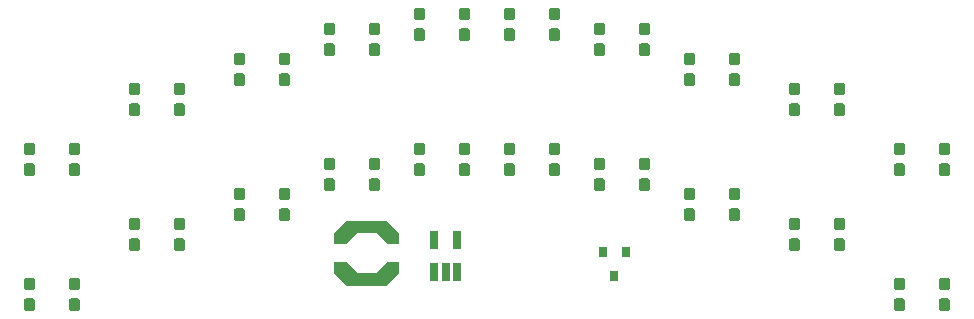
<source format=gbr>
G04 #@! TF.GenerationSoftware,KiCad,Pcbnew,5.1.5-52549c5~84~ubuntu18.04.1*
G04 #@! TF.CreationDate,2020-02-12T22:06:01+00:00*
G04 #@! TF.ProjectId,TSAL_LED,5453414c-5f4c-4454-942e-6b696361645f,rev?*
G04 #@! TF.SameCoordinates,Original*
G04 #@! TF.FileFunction,Paste,Top*
G04 #@! TF.FilePolarity,Positive*
%FSLAX46Y46*%
G04 Gerber Fmt 4.6, Leading zero omitted, Abs format (unit mm)*
G04 Created by KiCad (PCBNEW 5.1.5-52549c5~84~ubuntu18.04.1) date 2020-02-12 22:06:01*
%MOMM*%
%LPD*%
G04 APERTURE LIST*
%ADD10R,0.800000X0.900000*%
%ADD11R,0.650000X1.560000*%
%ADD12C,0.100000*%
G04 APERTURE END LIST*
D10*
X137795000Y-82915000D03*
X136845000Y-80915000D03*
X138745000Y-80915000D03*
D11*
X122560000Y-79850000D03*
X124460000Y-79850000D03*
X124460000Y-82550000D03*
X123510000Y-82550000D03*
X122560000Y-82550000D03*
D12*
G36*
X115140000Y-78212500D02*
G01*
X118540000Y-78212500D01*
X119595000Y-79267500D01*
X119595000Y-80207500D01*
X118540000Y-80207500D01*
X117684500Y-79267500D01*
X115995500Y-79267500D01*
X115140000Y-80207500D01*
X114085000Y-80207500D01*
X114085000Y-79267500D01*
X115140000Y-78212500D01*
G37*
G36*
X115140000Y-81727500D02*
G01*
X115995500Y-82667500D01*
X117684500Y-82667500D01*
X118540000Y-81727500D01*
X119595000Y-81727500D01*
X119595000Y-82667500D01*
X118540000Y-83722500D01*
X115140000Y-83722500D01*
X114085000Y-82667500D01*
X114085000Y-81727500D01*
X115140000Y-81727500D01*
G37*
G36*
X148215779Y-77186144D02*
G01*
X148238834Y-77189563D01*
X148261443Y-77195227D01*
X148283387Y-77203079D01*
X148304457Y-77213044D01*
X148324448Y-77225026D01*
X148343168Y-77238910D01*
X148360438Y-77254562D01*
X148376090Y-77271832D01*
X148389974Y-77290552D01*
X148401956Y-77310543D01*
X148411921Y-77331613D01*
X148419773Y-77353557D01*
X148425437Y-77376166D01*
X148428856Y-77399221D01*
X148430000Y-77422500D01*
X148430000Y-77997500D01*
X148428856Y-78020779D01*
X148425437Y-78043834D01*
X148419773Y-78066443D01*
X148411921Y-78088387D01*
X148401956Y-78109457D01*
X148389974Y-78129448D01*
X148376090Y-78148168D01*
X148360438Y-78165438D01*
X148343168Y-78181090D01*
X148324448Y-78194974D01*
X148304457Y-78206956D01*
X148283387Y-78216921D01*
X148261443Y-78224773D01*
X148238834Y-78230437D01*
X148215779Y-78233856D01*
X148192500Y-78235000D01*
X147717500Y-78235000D01*
X147694221Y-78233856D01*
X147671166Y-78230437D01*
X147648557Y-78224773D01*
X147626613Y-78216921D01*
X147605543Y-78206956D01*
X147585552Y-78194974D01*
X147566832Y-78181090D01*
X147549562Y-78165438D01*
X147533910Y-78148168D01*
X147520026Y-78129448D01*
X147508044Y-78109457D01*
X147498079Y-78088387D01*
X147490227Y-78066443D01*
X147484563Y-78043834D01*
X147481144Y-78020779D01*
X147480000Y-77997500D01*
X147480000Y-77422500D01*
X147481144Y-77399221D01*
X147484563Y-77376166D01*
X147490227Y-77353557D01*
X147498079Y-77331613D01*
X147508044Y-77310543D01*
X147520026Y-77290552D01*
X147533910Y-77271832D01*
X147549562Y-77254562D01*
X147566832Y-77238910D01*
X147585552Y-77225026D01*
X147605543Y-77213044D01*
X147626613Y-77203079D01*
X147648557Y-77195227D01*
X147671166Y-77189563D01*
X147694221Y-77186144D01*
X147717500Y-77185000D01*
X148192500Y-77185000D01*
X148215779Y-77186144D01*
G37*
G36*
X148215779Y-75436144D02*
G01*
X148238834Y-75439563D01*
X148261443Y-75445227D01*
X148283387Y-75453079D01*
X148304457Y-75463044D01*
X148324448Y-75475026D01*
X148343168Y-75488910D01*
X148360438Y-75504562D01*
X148376090Y-75521832D01*
X148389974Y-75540552D01*
X148401956Y-75560543D01*
X148411921Y-75581613D01*
X148419773Y-75603557D01*
X148425437Y-75626166D01*
X148428856Y-75649221D01*
X148430000Y-75672500D01*
X148430000Y-76247500D01*
X148428856Y-76270779D01*
X148425437Y-76293834D01*
X148419773Y-76316443D01*
X148411921Y-76338387D01*
X148401956Y-76359457D01*
X148389974Y-76379448D01*
X148376090Y-76398168D01*
X148360438Y-76415438D01*
X148343168Y-76431090D01*
X148324448Y-76444974D01*
X148304457Y-76456956D01*
X148283387Y-76466921D01*
X148261443Y-76474773D01*
X148238834Y-76480437D01*
X148215779Y-76483856D01*
X148192500Y-76485000D01*
X147717500Y-76485000D01*
X147694221Y-76483856D01*
X147671166Y-76480437D01*
X147648557Y-76474773D01*
X147626613Y-76466921D01*
X147605543Y-76456956D01*
X147585552Y-76444974D01*
X147566832Y-76431090D01*
X147549562Y-76415438D01*
X147533910Y-76398168D01*
X147520026Y-76379448D01*
X147508044Y-76359457D01*
X147498079Y-76338387D01*
X147490227Y-76316443D01*
X147484563Y-76293834D01*
X147481144Y-76270779D01*
X147480000Y-76247500D01*
X147480000Y-75672500D01*
X147481144Y-75649221D01*
X147484563Y-75626166D01*
X147490227Y-75603557D01*
X147498079Y-75581613D01*
X147508044Y-75560543D01*
X147520026Y-75540552D01*
X147533910Y-75521832D01*
X147549562Y-75504562D01*
X147566832Y-75488910D01*
X147585552Y-75475026D01*
X147605543Y-75463044D01*
X147626613Y-75453079D01*
X147648557Y-75445227D01*
X147671166Y-75439563D01*
X147694221Y-75436144D01*
X147717500Y-75435000D01*
X148192500Y-75435000D01*
X148215779Y-75436144D01*
G37*
G36*
X148215779Y-65756144D02*
G01*
X148238834Y-65759563D01*
X148261443Y-65765227D01*
X148283387Y-65773079D01*
X148304457Y-65783044D01*
X148324448Y-65795026D01*
X148343168Y-65808910D01*
X148360438Y-65824562D01*
X148376090Y-65841832D01*
X148389974Y-65860552D01*
X148401956Y-65880543D01*
X148411921Y-65901613D01*
X148419773Y-65923557D01*
X148425437Y-65946166D01*
X148428856Y-65969221D01*
X148430000Y-65992500D01*
X148430000Y-66567500D01*
X148428856Y-66590779D01*
X148425437Y-66613834D01*
X148419773Y-66636443D01*
X148411921Y-66658387D01*
X148401956Y-66679457D01*
X148389974Y-66699448D01*
X148376090Y-66718168D01*
X148360438Y-66735438D01*
X148343168Y-66751090D01*
X148324448Y-66764974D01*
X148304457Y-66776956D01*
X148283387Y-66786921D01*
X148261443Y-66794773D01*
X148238834Y-66800437D01*
X148215779Y-66803856D01*
X148192500Y-66805000D01*
X147717500Y-66805000D01*
X147694221Y-66803856D01*
X147671166Y-66800437D01*
X147648557Y-66794773D01*
X147626613Y-66786921D01*
X147605543Y-66776956D01*
X147585552Y-66764974D01*
X147566832Y-66751090D01*
X147549562Y-66735438D01*
X147533910Y-66718168D01*
X147520026Y-66699448D01*
X147508044Y-66679457D01*
X147498079Y-66658387D01*
X147490227Y-66636443D01*
X147484563Y-66613834D01*
X147481144Y-66590779D01*
X147480000Y-66567500D01*
X147480000Y-65992500D01*
X147481144Y-65969221D01*
X147484563Y-65946166D01*
X147490227Y-65923557D01*
X147498079Y-65901613D01*
X147508044Y-65880543D01*
X147520026Y-65860552D01*
X147533910Y-65841832D01*
X147549562Y-65824562D01*
X147566832Y-65808910D01*
X147585552Y-65795026D01*
X147605543Y-65783044D01*
X147626613Y-65773079D01*
X147648557Y-65765227D01*
X147671166Y-65759563D01*
X147694221Y-65756144D01*
X147717500Y-65755000D01*
X148192500Y-65755000D01*
X148215779Y-65756144D01*
G37*
G36*
X148215779Y-64006144D02*
G01*
X148238834Y-64009563D01*
X148261443Y-64015227D01*
X148283387Y-64023079D01*
X148304457Y-64033044D01*
X148324448Y-64045026D01*
X148343168Y-64058910D01*
X148360438Y-64074562D01*
X148376090Y-64091832D01*
X148389974Y-64110552D01*
X148401956Y-64130543D01*
X148411921Y-64151613D01*
X148419773Y-64173557D01*
X148425437Y-64196166D01*
X148428856Y-64219221D01*
X148430000Y-64242500D01*
X148430000Y-64817500D01*
X148428856Y-64840779D01*
X148425437Y-64863834D01*
X148419773Y-64886443D01*
X148411921Y-64908387D01*
X148401956Y-64929457D01*
X148389974Y-64949448D01*
X148376090Y-64968168D01*
X148360438Y-64985438D01*
X148343168Y-65001090D01*
X148324448Y-65014974D01*
X148304457Y-65026956D01*
X148283387Y-65036921D01*
X148261443Y-65044773D01*
X148238834Y-65050437D01*
X148215779Y-65053856D01*
X148192500Y-65055000D01*
X147717500Y-65055000D01*
X147694221Y-65053856D01*
X147671166Y-65050437D01*
X147648557Y-65044773D01*
X147626613Y-65036921D01*
X147605543Y-65026956D01*
X147585552Y-65014974D01*
X147566832Y-65001090D01*
X147549562Y-64985438D01*
X147533910Y-64968168D01*
X147520026Y-64949448D01*
X147508044Y-64929457D01*
X147498079Y-64908387D01*
X147490227Y-64886443D01*
X147484563Y-64863834D01*
X147481144Y-64840779D01*
X147480000Y-64817500D01*
X147480000Y-64242500D01*
X147481144Y-64219221D01*
X147484563Y-64196166D01*
X147490227Y-64173557D01*
X147498079Y-64151613D01*
X147508044Y-64130543D01*
X147520026Y-64110552D01*
X147533910Y-64091832D01*
X147549562Y-64074562D01*
X147566832Y-64058910D01*
X147585552Y-64045026D01*
X147605543Y-64033044D01*
X147626613Y-64023079D01*
X147648557Y-64015227D01*
X147671166Y-64009563D01*
X147694221Y-64006144D01*
X147717500Y-64005000D01*
X148192500Y-64005000D01*
X148215779Y-64006144D01*
G37*
G36*
X132975779Y-73376144D02*
G01*
X132998834Y-73379563D01*
X133021443Y-73385227D01*
X133043387Y-73393079D01*
X133064457Y-73403044D01*
X133084448Y-73415026D01*
X133103168Y-73428910D01*
X133120438Y-73444562D01*
X133136090Y-73461832D01*
X133149974Y-73480552D01*
X133161956Y-73500543D01*
X133171921Y-73521613D01*
X133179773Y-73543557D01*
X133185437Y-73566166D01*
X133188856Y-73589221D01*
X133190000Y-73612500D01*
X133190000Y-74187500D01*
X133188856Y-74210779D01*
X133185437Y-74233834D01*
X133179773Y-74256443D01*
X133171921Y-74278387D01*
X133161956Y-74299457D01*
X133149974Y-74319448D01*
X133136090Y-74338168D01*
X133120438Y-74355438D01*
X133103168Y-74371090D01*
X133084448Y-74384974D01*
X133064457Y-74396956D01*
X133043387Y-74406921D01*
X133021443Y-74414773D01*
X132998834Y-74420437D01*
X132975779Y-74423856D01*
X132952500Y-74425000D01*
X132477500Y-74425000D01*
X132454221Y-74423856D01*
X132431166Y-74420437D01*
X132408557Y-74414773D01*
X132386613Y-74406921D01*
X132365543Y-74396956D01*
X132345552Y-74384974D01*
X132326832Y-74371090D01*
X132309562Y-74355438D01*
X132293910Y-74338168D01*
X132280026Y-74319448D01*
X132268044Y-74299457D01*
X132258079Y-74278387D01*
X132250227Y-74256443D01*
X132244563Y-74233834D01*
X132241144Y-74210779D01*
X132240000Y-74187500D01*
X132240000Y-73612500D01*
X132241144Y-73589221D01*
X132244563Y-73566166D01*
X132250227Y-73543557D01*
X132258079Y-73521613D01*
X132268044Y-73500543D01*
X132280026Y-73480552D01*
X132293910Y-73461832D01*
X132309562Y-73444562D01*
X132326832Y-73428910D01*
X132345552Y-73415026D01*
X132365543Y-73403044D01*
X132386613Y-73393079D01*
X132408557Y-73385227D01*
X132431166Y-73379563D01*
X132454221Y-73376144D01*
X132477500Y-73375000D01*
X132952500Y-73375000D01*
X132975779Y-73376144D01*
G37*
G36*
X132975779Y-71626144D02*
G01*
X132998834Y-71629563D01*
X133021443Y-71635227D01*
X133043387Y-71643079D01*
X133064457Y-71653044D01*
X133084448Y-71665026D01*
X133103168Y-71678910D01*
X133120438Y-71694562D01*
X133136090Y-71711832D01*
X133149974Y-71730552D01*
X133161956Y-71750543D01*
X133171921Y-71771613D01*
X133179773Y-71793557D01*
X133185437Y-71816166D01*
X133188856Y-71839221D01*
X133190000Y-71862500D01*
X133190000Y-72437500D01*
X133188856Y-72460779D01*
X133185437Y-72483834D01*
X133179773Y-72506443D01*
X133171921Y-72528387D01*
X133161956Y-72549457D01*
X133149974Y-72569448D01*
X133136090Y-72588168D01*
X133120438Y-72605438D01*
X133103168Y-72621090D01*
X133084448Y-72634974D01*
X133064457Y-72646956D01*
X133043387Y-72656921D01*
X133021443Y-72664773D01*
X132998834Y-72670437D01*
X132975779Y-72673856D01*
X132952500Y-72675000D01*
X132477500Y-72675000D01*
X132454221Y-72673856D01*
X132431166Y-72670437D01*
X132408557Y-72664773D01*
X132386613Y-72656921D01*
X132365543Y-72646956D01*
X132345552Y-72634974D01*
X132326832Y-72621090D01*
X132309562Y-72605438D01*
X132293910Y-72588168D01*
X132280026Y-72569448D01*
X132268044Y-72549457D01*
X132258079Y-72528387D01*
X132250227Y-72506443D01*
X132244563Y-72483834D01*
X132241144Y-72460779D01*
X132240000Y-72437500D01*
X132240000Y-71862500D01*
X132241144Y-71839221D01*
X132244563Y-71816166D01*
X132250227Y-71793557D01*
X132258079Y-71771613D01*
X132268044Y-71750543D01*
X132280026Y-71730552D01*
X132293910Y-71711832D01*
X132309562Y-71694562D01*
X132326832Y-71678910D01*
X132345552Y-71665026D01*
X132365543Y-71653044D01*
X132386613Y-71643079D01*
X132408557Y-71635227D01*
X132431166Y-71629563D01*
X132454221Y-71626144D01*
X132477500Y-71625000D01*
X132952500Y-71625000D01*
X132975779Y-71626144D01*
G37*
G36*
X132975779Y-61946144D02*
G01*
X132998834Y-61949563D01*
X133021443Y-61955227D01*
X133043387Y-61963079D01*
X133064457Y-61973044D01*
X133084448Y-61985026D01*
X133103168Y-61998910D01*
X133120438Y-62014562D01*
X133136090Y-62031832D01*
X133149974Y-62050552D01*
X133161956Y-62070543D01*
X133171921Y-62091613D01*
X133179773Y-62113557D01*
X133185437Y-62136166D01*
X133188856Y-62159221D01*
X133190000Y-62182500D01*
X133190000Y-62757500D01*
X133188856Y-62780779D01*
X133185437Y-62803834D01*
X133179773Y-62826443D01*
X133171921Y-62848387D01*
X133161956Y-62869457D01*
X133149974Y-62889448D01*
X133136090Y-62908168D01*
X133120438Y-62925438D01*
X133103168Y-62941090D01*
X133084448Y-62954974D01*
X133064457Y-62966956D01*
X133043387Y-62976921D01*
X133021443Y-62984773D01*
X132998834Y-62990437D01*
X132975779Y-62993856D01*
X132952500Y-62995000D01*
X132477500Y-62995000D01*
X132454221Y-62993856D01*
X132431166Y-62990437D01*
X132408557Y-62984773D01*
X132386613Y-62976921D01*
X132365543Y-62966956D01*
X132345552Y-62954974D01*
X132326832Y-62941090D01*
X132309562Y-62925438D01*
X132293910Y-62908168D01*
X132280026Y-62889448D01*
X132268044Y-62869457D01*
X132258079Y-62848387D01*
X132250227Y-62826443D01*
X132244563Y-62803834D01*
X132241144Y-62780779D01*
X132240000Y-62757500D01*
X132240000Y-62182500D01*
X132241144Y-62159221D01*
X132244563Y-62136166D01*
X132250227Y-62113557D01*
X132258079Y-62091613D01*
X132268044Y-62070543D01*
X132280026Y-62050552D01*
X132293910Y-62031832D01*
X132309562Y-62014562D01*
X132326832Y-61998910D01*
X132345552Y-61985026D01*
X132365543Y-61973044D01*
X132386613Y-61963079D01*
X132408557Y-61955227D01*
X132431166Y-61949563D01*
X132454221Y-61946144D01*
X132477500Y-61945000D01*
X132952500Y-61945000D01*
X132975779Y-61946144D01*
G37*
G36*
X132975779Y-60196144D02*
G01*
X132998834Y-60199563D01*
X133021443Y-60205227D01*
X133043387Y-60213079D01*
X133064457Y-60223044D01*
X133084448Y-60235026D01*
X133103168Y-60248910D01*
X133120438Y-60264562D01*
X133136090Y-60281832D01*
X133149974Y-60300552D01*
X133161956Y-60320543D01*
X133171921Y-60341613D01*
X133179773Y-60363557D01*
X133185437Y-60386166D01*
X133188856Y-60409221D01*
X133190000Y-60432500D01*
X133190000Y-61007500D01*
X133188856Y-61030779D01*
X133185437Y-61053834D01*
X133179773Y-61076443D01*
X133171921Y-61098387D01*
X133161956Y-61119457D01*
X133149974Y-61139448D01*
X133136090Y-61158168D01*
X133120438Y-61175438D01*
X133103168Y-61191090D01*
X133084448Y-61204974D01*
X133064457Y-61216956D01*
X133043387Y-61226921D01*
X133021443Y-61234773D01*
X132998834Y-61240437D01*
X132975779Y-61243856D01*
X132952500Y-61245000D01*
X132477500Y-61245000D01*
X132454221Y-61243856D01*
X132431166Y-61240437D01*
X132408557Y-61234773D01*
X132386613Y-61226921D01*
X132365543Y-61216956D01*
X132345552Y-61204974D01*
X132326832Y-61191090D01*
X132309562Y-61175438D01*
X132293910Y-61158168D01*
X132280026Y-61139448D01*
X132268044Y-61119457D01*
X132258079Y-61098387D01*
X132250227Y-61076443D01*
X132244563Y-61053834D01*
X132241144Y-61030779D01*
X132240000Y-61007500D01*
X132240000Y-60432500D01*
X132241144Y-60409221D01*
X132244563Y-60386166D01*
X132250227Y-60363557D01*
X132258079Y-60341613D01*
X132268044Y-60320543D01*
X132280026Y-60300552D01*
X132293910Y-60281832D01*
X132309562Y-60264562D01*
X132326832Y-60248910D01*
X132345552Y-60235026D01*
X132365543Y-60223044D01*
X132386613Y-60213079D01*
X132408557Y-60205227D01*
X132431166Y-60199563D01*
X132454221Y-60196144D01*
X132477500Y-60195000D01*
X132952500Y-60195000D01*
X132975779Y-60196144D01*
G37*
G36*
X125355779Y-73376144D02*
G01*
X125378834Y-73379563D01*
X125401443Y-73385227D01*
X125423387Y-73393079D01*
X125444457Y-73403044D01*
X125464448Y-73415026D01*
X125483168Y-73428910D01*
X125500438Y-73444562D01*
X125516090Y-73461832D01*
X125529974Y-73480552D01*
X125541956Y-73500543D01*
X125551921Y-73521613D01*
X125559773Y-73543557D01*
X125565437Y-73566166D01*
X125568856Y-73589221D01*
X125570000Y-73612500D01*
X125570000Y-74187500D01*
X125568856Y-74210779D01*
X125565437Y-74233834D01*
X125559773Y-74256443D01*
X125551921Y-74278387D01*
X125541956Y-74299457D01*
X125529974Y-74319448D01*
X125516090Y-74338168D01*
X125500438Y-74355438D01*
X125483168Y-74371090D01*
X125464448Y-74384974D01*
X125444457Y-74396956D01*
X125423387Y-74406921D01*
X125401443Y-74414773D01*
X125378834Y-74420437D01*
X125355779Y-74423856D01*
X125332500Y-74425000D01*
X124857500Y-74425000D01*
X124834221Y-74423856D01*
X124811166Y-74420437D01*
X124788557Y-74414773D01*
X124766613Y-74406921D01*
X124745543Y-74396956D01*
X124725552Y-74384974D01*
X124706832Y-74371090D01*
X124689562Y-74355438D01*
X124673910Y-74338168D01*
X124660026Y-74319448D01*
X124648044Y-74299457D01*
X124638079Y-74278387D01*
X124630227Y-74256443D01*
X124624563Y-74233834D01*
X124621144Y-74210779D01*
X124620000Y-74187500D01*
X124620000Y-73612500D01*
X124621144Y-73589221D01*
X124624563Y-73566166D01*
X124630227Y-73543557D01*
X124638079Y-73521613D01*
X124648044Y-73500543D01*
X124660026Y-73480552D01*
X124673910Y-73461832D01*
X124689562Y-73444562D01*
X124706832Y-73428910D01*
X124725552Y-73415026D01*
X124745543Y-73403044D01*
X124766613Y-73393079D01*
X124788557Y-73385227D01*
X124811166Y-73379563D01*
X124834221Y-73376144D01*
X124857500Y-73375000D01*
X125332500Y-73375000D01*
X125355779Y-73376144D01*
G37*
G36*
X125355779Y-71626144D02*
G01*
X125378834Y-71629563D01*
X125401443Y-71635227D01*
X125423387Y-71643079D01*
X125444457Y-71653044D01*
X125464448Y-71665026D01*
X125483168Y-71678910D01*
X125500438Y-71694562D01*
X125516090Y-71711832D01*
X125529974Y-71730552D01*
X125541956Y-71750543D01*
X125551921Y-71771613D01*
X125559773Y-71793557D01*
X125565437Y-71816166D01*
X125568856Y-71839221D01*
X125570000Y-71862500D01*
X125570000Y-72437500D01*
X125568856Y-72460779D01*
X125565437Y-72483834D01*
X125559773Y-72506443D01*
X125551921Y-72528387D01*
X125541956Y-72549457D01*
X125529974Y-72569448D01*
X125516090Y-72588168D01*
X125500438Y-72605438D01*
X125483168Y-72621090D01*
X125464448Y-72634974D01*
X125444457Y-72646956D01*
X125423387Y-72656921D01*
X125401443Y-72664773D01*
X125378834Y-72670437D01*
X125355779Y-72673856D01*
X125332500Y-72675000D01*
X124857500Y-72675000D01*
X124834221Y-72673856D01*
X124811166Y-72670437D01*
X124788557Y-72664773D01*
X124766613Y-72656921D01*
X124745543Y-72646956D01*
X124725552Y-72634974D01*
X124706832Y-72621090D01*
X124689562Y-72605438D01*
X124673910Y-72588168D01*
X124660026Y-72569448D01*
X124648044Y-72549457D01*
X124638079Y-72528387D01*
X124630227Y-72506443D01*
X124624563Y-72483834D01*
X124621144Y-72460779D01*
X124620000Y-72437500D01*
X124620000Y-71862500D01*
X124621144Y-71839221D01*
X124624563Y-71816166D01*
X124630227Y-71793557D01*
X124638079Y-71771613D01*
X124648044Y-71750543D01*
X124660026Y-71730552D01*
X124673910Y-71711832D01*
X124689562Y-71694562D01*
X124706832Y-71678910D01*
X124725552Y-71665026D01*
X124745543Y-71653044D01*
X124766613Y-71643079D01*
X124788557Y-71635227D01*
X124811166Y-71629563D01*
X124834221Y-71626144D01*
X124857500Y-71625000D01*
X125332500Y-71625000D01*
X125355779Y-71626144D01*
G37*
G36*
X125355779Y-61946144D02*
G01*
X125378834Y-61949563D01*
X125401443Y-61955227D01*
X125423387Y-61963079D01*
X125444457Y-61973044D01*
X125464448Y-61985026D01*
X125483168Y-61998910D01*
X125500438Y-62014562D01*
X125516090Y-62031832D01*
X125529974Y-62050552D01*
X125541956Y-62070543D01*
X125551921Y-62091613D01*
X125559773Y-62113557D01*
X125565437Y-62136166D01*
X125568856Y-62159221D01*
X125570000Y-62182500D01*
X125570000Y-62757500D01*
X125568856Y-62780779D01*
X125565437Y-62803834D01*
X125559773Y-62826443D01*
X125551921Y-62848387D01*
X125541956Y-62869457D01*
X125529974Y-62889448D01*
X125516090Y-62908168D01*
X125500438Y-62925438D01*
X125483168Y-62941090D01*
X125464448Y-62954974D01*
X125444457Y-62966956D01*
X125423387Y-62976921D01*
X125401443Y-62984773D01*
X125378834Y-62990437D01*
X125355779Y-62993856D01*
X125332500Y-62995000D01*
X124857500Y-62995000D01*
X124834221Y-62993856D01*
X124811166Y-62990437D01*
X124788557Y-62984773D01*
X124766613Y-62976921D01*
X124745543Y-62966956D01*
X124725552Y-62954974D01*
X124706832Y-62941090D01*
X124689562Y-62925438D01*
X124673910Y-62908168D01*
X124660026Y-62889448D01*
X124648044Y-62869457D01*
X124638079Y-62848387D01*
X124630227Y-62826443D01*
X124624563Y-62803834D01*
X124621144Y-62780779D01*
X124620000Y-62757500D01*
X124620000Y-62182500D01*
X124621144Y-62159221D01*
X124624563Y-62136166D01*
X124630227Y-62113557D01*
X124638079Y-62091613D01*
X124648044Y-62070543D01*
X124660026Y-62050552D01*
X124673910Y-62031832D01*
X124689562Y-62014562D01*
X124706832Y-61998910D01*
X124725552Y-61985026D01*
X124745543Y-61973044D01*
X124766613Y-61963079D01*
X124788557Y-61955227D01*
X124811166Y-61949563D01*
X124834221Y-61946144D01*
X124857500Y-61945000D01*
X125332500Y-61945000D01*
X125355779Y-61946144D01*
G37*
G36*
X125355779Y-60196144D02*
G01*
X125378834Y-60199563D01*
X125401443Y-60205227D01*
X125423387Y-60213079D01*
X125444457Y-60223044D01*
X125464448Y-60235026D01*
X125483168Y-60248910D01*
X125500438Y-60264562D01*
X125516090Y-60281832D01*
X125529974Y-60300552D01*
X125541956Y-60320543D01*
X125551921Y-60341613D01*
X125559773Y-60363557D01*
X125565437Y-60386166D01*
X125568856Y-60409221D01*
X125570000Y-60432500D01*
X125570000Y-61007500D01*
X125568856Y-61030779D01*
X125565437Y-61053834D01*
X125559773Y-61076443D01*
X125551921Y-61098387D01*
X125541956Y-61119457D01*
X125529974Y-61139448D01*
X125516090Y-61158168D01*
X125500438Y-61175438D01*
X125483168Y-61191090D01*
X125464448Y-61204974D01*
X125444457Y-61216956D01*
X125423387Y-61226921D01*
X125401443Y-61234773D01*
X125378834Y-61240437D01*
X125355779Y-61243856D01*
X125332500Y-61245000D01*
X124857500Y-61245000D01*
X124834221Y-61243856D01*
X124811166Y-61240437D01*
X124788557Y-61234773D01*
X124766613Y-61226921D01*
X124745543Y-61216956D01*
X124725552Y-61204974D01*
X124706832Y-61191090D01*
X124689562Y-61175438D01*
X124673910Y-61158168D01*
X124660026Y-61139448D01*
X124648044Y-61119457D01*
X124638079Y-61098387D01*
X124630227Y-61076443D01*
X124624563Y-61053834D01*
X124621144Y-61030779D01*
X124620000Y-61007500D01*
X124620000Y-60432500D01*
X124621144Y-60409221D01*
X124624563Y-60386166D01*
X124630227Y-60363557D01*
X124638079Y-60341613D01*
X124648044Y-60320543D01*
X124660026Y-60300552D01*
X124673910Y-60281832D01*
X124689562Y-60264562D01*
X124706832Y-60248910D01*
X124725552Y-60235026D01*
X124745543Y-60223044D01*
X124766613Y-60213079D01*
X124788557Y-60205227D01*
X124811166Y-60199563D01*
X124834221Y-60196144D01*
X124857500Y-60195000D01*
X125332500Y-60195000D01*
X125355779Y-60196144D01*
G37*
G36*
X110115779Y-77186144D02*
G01*
X110138834Y-77189563D01*
X110161443Y-77195227D01*
X110183387Y-77203079D01*
X110204457Y-77213044D01*
X110224448Y-77225026D01*
X110243168Y-77238910D01*
X110260438Y-77254562D01*
X110276090Y-77271832D01*
X110289974Y-77290552D01*
X110301956Y-77310543D01*
X110311921Y-77331613D01*
X110319773Y-77353557D01*
X110325437Y-77376166D01*
X110328856Y-77399221D01*
X110330000Y-77422500D01*
X110330000Y-77997500D01*
X110328856Y-78020779D01*
X110325437Y-78043834D01*
X110319773Y-78066443D01*
X110311921Y-78088387D01*
X110301956Y-78109457D01*
X110289974Y-78129448D01*
X110276090Y-78148168D01*
X110260438Y-78165438D01*
X110243168Y-78181090D01*
X110224448Y-78194974D01*
X110204457Y-78206956D01*
X110183387Y-78216921D01*
X110161443Y-78224773D01*
X110138834Y-78230437D01*
X110115779Y-78233856D01*
X110092500Y-78235000D01*
X109617500Y-78235000D01*
X109594221Y-78233856D01*
X109571166Y-78230437D01*
X109548557Y-78224773D01*
X109526613Y-78216921D01*
X109505543Y-78206956D01*
X109485552Y-78194974D01*
X109466832Y-78181090D01*
X109449562Y-78165438D01*
X109433910Y-78148168D01*
X109420026Y-78129448D01*
X109408044Y-78109457D01*
X109398079Y-78088387D01*
X109390227Y-78066443D01*
X109384563Y-78043834D01*
X109381144Y-78020779D01*
X109380000Y-77997500D01*
X109380000Y-77422500D01*
X109381144Y-77399221D01*
X109384563Y-77376166D01*
X109390227Y-77353557D01*
X109398079Y-77331613D01*
X109408044Y-77310543D01*
X109420026Y-77290552D01*
X109433910Y-77271832D01*
X109449562Y-77254562D01*
X109466832Y-77238910D01*
X109485552Y-77225026D01*
X109505543Y-77213044D01*
X109526613Y-77203079D01*
X109548557Y-77195227D01*
X109571166Y-77189563D01*
X109594221Y-77186144D01*
X109617500Y-77185000D01*
X110092500Y-77185000D01*
X110115779Y-77186144D01*
G37*
G36*
X110115779Y-75436144D02*
G01*
X110138834Y-75439563D01*
X110161443Y-75445227D01*
X110183387Y-75453079D01*
X110204457Y-75463044D01*
X110224448Y-75475026D01*
X110243168Y-75488910D01*
X110260438Y-75504562D01*
X110276090Y-75521832D01*
X110289974Y-75540552D01*
X110301956Y-75560543D01*
X110311921Y-75581613D01*
X110319773Y-75603557D01*
X110325437Y-75626166D01*
X110328856Y-75649221D01*
X110330000Y-75672500D01*
X110330000Y-76247500D01*
X110328856Y-76270779D01*
X110325437Y-76293834D01*
X110319773Y-76316443D01*
X110311921Y-76338387D01*
X110301956Y-76359457D01*
X110289974Y-76379448D01*
X110276090Y-76398168D01*
X110260438Y-76415438D01*
X110243168Y-76431090D01*
X110224448Y-76444974D01*
X110204457Y-76456956D01*
X110183387Y-76466921D01*
X110161443Y-76474773D01*
X110138834Y-76480437D01*
X110115779Y-76483856D01*
X110092500Y-76485000D01*
X109617500Y-76485000D01*
X109594221Y-76483856D01*
X109571166Y-76480437D01*
X109548557Y-76474773D01*
X109526613Y-76466921D01*
X109505543Y-76456956D01*
X109485552Y-76444974D01*
X109466832Y-76431090D01*
X109449562Y-76415438D01*
X109433910Y-76398168D01*
X109420026Y-76379448D01*
X109408044Y-76359457D01*
X109398079Y-76338387D01*
X109390227Y-76316443D01*
X109384563Y-76293834D01*
X109381144Y-76270779D01*
X109380000Y-76247500D01*
X109380000Y-75672500D01*
X109381144Y-75649221D01*
X109384563Y-75626166D01*
X109390227Y-75603557D01*
X109398079Y-75581613D01*
X109408044Y-75560543D01*
X109420026Y-75540552D01*
X109433910Y-75521832D01*
X109449562Y-75504562D01*
X109466832Y-75488910D01*
X109485552Y-75475026D01*
X109505543Y-75463044D01*
X109526613Y-75453079D01*
X109548557Y-75445227D01*
X109571166Y-75439563D01*
X109594221Y-75436144D01*
X109617500Y-75435000D01*
X110092500Y-75435000D01*
X110115779Y-75436144D01*
G37*
G36*
X144405779Y-77186144D02*
G01*
X144428834Y-77189563D01*
X144451443Y-77195227D01*
X144473387Y-77203079D01*
X144494457Y-77213044D01*
X144514448Y-77225026D01*
X144533168Y-77238910D01*
X144550438Y-77254562D01*
X144566090Y-77271832D01*
X144579974Y-77290552D01*
X144591956Y-77310543D01*
X144601921Y-77331613D01*
X144609773Y-77353557D01*
X144615437Y-77376166D01*
X144618856Y-77399221D01*
X144620000Y-77422500D01*
X144620000Y-77997500D01*
X144618856Y-78020779D01*
X144615437Y-78043834D01*
X144609773Y-78066443D01*
X144601921Y-78088387D01*
X144591956Y-78109457D01*
X144579974Y-78129448D01*
X144566090Y-78148168D01*
X144550438Y-78165438D01*
X144533168Y-78181090D01*
X144514448Y-78194974D01*
X144494457Y-78206956D01*
X144473387Y-78216921D01*
X144451443Y-78224773D01*
X144428834Y-78230437D01*
X144405779Y-78233856D01*
X144382500Y-78235000D01*
X143907500Y-78235000D01*
X143884221Y-78233856D01*
X143861166Y-78230437D01*
X143838557Y-78224773D01*
X143816613Y-78216921D01*
X143795543Y-78206956D01*
X143775552Y-78194974D01*
X143756832Y-78181090D01*
X143739562Y-78165438D01*
X143723910Y-78148168D01*
X143710026Y-78129448D01*
X143698044Y-78109457D01*
X143688079Y-78088387D01*
X143680227Y-78066443D01*
X143674563Y-78043834D01*
X143671144Y-78020779D01*
X143670000Y-77997500D01*
X143670000Y-77422500D01*
X143671144Y-77399221D01*
X143674563Y-77376166D01*
X143680227Y-77353557D01*
X143688079Y-77331613D01*
X143698044Y-77310543D01*
X143710026Y-77290552D01*
X143723910Y-77271832D01*
X143739562Y-77254562D01*
X143756832Y-77238910D01*
X143775552Y-77225026D01*
X143795543Y-77213044D01*
X143816613Y-77203079D01*
X143838557Y-77195227D01*
X143861166Y-77189563D01*
X143884221Y-77186144D01*
X143907500Y-77185000D01*
X144382500Y-77185000D01*
X144405779Y-77186144D01*
G37*
G36*
X144405779Y-75436144D02*
G01*
X144428834Y-75439563D01*
X144451443Y-75445227D01*
X144473387Y-75453079D01*
X144494457Y-75463044D01*
X144514448Y-75475026D01*
X144533168Y-75488910D01*
X144550438Y-75504562D01*
X144566090Y-75521832D01*
X144579974Y-75540552D01*
X144591956Y-75560543D01*
X144601921Y-75581613D01*
X144609773Y-75603557D01*
X144615437Y-75626166D01*
X144618856Y-75649221D01*
X144620000Y-75672500D01*
X144620000Y-76247500D01*
X144618856Y-76270779D01*
X144615437Y-76293834D01*
X144609773Y-76316443D01*
X144601921Y-76338387D01*
X144591956Y-76359457D01*
X144579974Y-76379448D01*
X144566090Y-76398168D01*
X144550438Y-76415438D01*
X144533168Y-76431090D01*
X144514448Y-76444974D01*
X144494457Y-76456956D01*
X144473387Y-76466921D01*
X144451443Y-76474773D01*
X144428834Y-76480437D01*
X144405779Y-76483856D01*
X144382500Y-76485000D01*
X143907500Y-76485000D01*
X143884221Y-76483856D01*
X143861166Y-76480437D01*
X143838557Y-76474773D01*
X143816613Y-76466921D01*
X143795543Y-76456956D01*
X143775552Y-76444974D01*
X143756832Y-76431090D01*
X143739562Y-76415438D01*
X143723910Y-76398168D01*
X143710026Y-76379448D01*
X143698044Y-76359457D01*
X143688079Y-76338387D01*
X143680227Y-76316443D01*
X143674563Y-76293834D01*
X143671144Y-76270779D01*
X143670000Y-76247500D01*
X143670000Y-75672500D01*
X143671144Y-75649221D01*
X143674563Y-75626166D01*
X143680227Y-75603557D01*
X143688079Y-75581613D01*
X143698044Y-75560543D01*
X143710026Y-75540552D01*
X143723910Y-75521832D01*
X143739562Y-75504562D01*
X143756832Y-75488910D01*
X143775552Y-75475026D01*
X143795543Y-75463044D01*
X143816613Y-75453079D01*
X143838557Y-75445227D01*
X143861166Y-75439563D01*
X143884221Y-75436144D01*
X143907500Y-75435000D01*
X144382500Y-75435000D01*
X144405779Y-75436144D01*
G37*
G36*
X144405779Y-65756144D02*
G01*
X144428834Y-65759563D01*
X144451443Y-65765227D01*
X144473387Y-65773079D01*
X144494457Y-65783044D01*
X144514448Y-65795026D01*
X144533168Y-65808910D01*
X144550438Y-65824562D01*
X144566090Y-65841832D01*
X144579974Y-65860552D01*
X144591956Y-65880543D01*
X144601921Y-65901613D01*
X144609773Y-65923557D01*
X144615437Y-65946166D01*
X144618856Y-65969221D01*
X144620000Y-65992500D01*
X144620000Y-66567500D01*
X144618856Y-66590779D01*
X144615437Y-66613834D01*
X144609773Y-66636443D01*
X144601921Y-66658387D01*
X144591956Y-66679457D01*
X144579974Y-66699448D01*
X144566090Y-66718168D01*
X144550438Y-66735438D01*
X144533168Y-66751090D01*
X144514448Y-66764974D01*
X144494457Y-66776956D01*
X144473387Y-66786921D01*
X144451443Y-66794773D01*
X144428834Y-66800437D01*
X144405779Y-66803856D01*
X144382500Y-66805000D01*
X143907500Y-66805000D01*
X143884221Y-66803856D01*
X143861166Y-66800437D01*
X143838557Y-66794773D01*
X143816613Y-66786921D01*
X143795543Y-66776956D01*
X143775552Y-66764974D01*
X143756832Y-66751090D01*
X143739562Y-66735438D01*
X143723910Y-66718168D01*
X143710026Y-66699448D01*
X143698044Y-66679457D01*
X143688079Y-66658387D01*
X143680227Y-66636443D01*
X143674563Y-66613834D01*
X143671144Y-66590779D01*
X143670000Y-66567500D01*
X143670000Y-65992500D01*
X143671144Y-65969221D01*
X143674563Y-65946166D01*
X143680227Y-65923557D01*
X143688079Y-65901613D01*
X143698044Y-65880543D01*
X143710026Y-65860552D01*
X143723910Y-65841832D01*
X143739562Y-65824562D01*
X143756832Y-65808910D01*
X143775552Y-65795026D01*
X143795543Y-65783044D01*
X143816613Y-65773079D01*
X143838557Y-65765227D01*
X143861166Y-65759563D01*
X143884221Y-65756144D01*
X143907500Y-65755000D01*
X144382500Y-65755000D01*
X144405779Y-65756144D01*
G37*
G36*
X144405779Y-64006144D02*
G01*
X144428834Y-64009563D01*
X144451443Y-64015227D01*
X144473387Y-64023079D01*
X144494457Y-64033044D01*
X144514448Y-64045026D01*
X144533168Y-64058910D01*
X144550438Y-64074562D01*
X144566090Y-64091832D01*
X144579974Y-64110552D01*
X144591956Y-64130543D01*
X144601921Y-64151613D01*
X144609773Y-64173557D01*
X144615437Y-64196166D01*
X144618856Y-64219221D01*
X144620000Y-64242500D01*
X144620000Y-64817500D01*
X144618856Y-64840779D01*
X144615437Y-64863834D01*
X144609773Y-64886443D01*
X144601921Y-64908387D01*
X144591956Y-64929457D01*
X144579974Y-64949448D01*
X144566090Y-64968168D01*
X144550438Y-64985438D01*
X144533168Y-65001090D01*
X144514448Y-65014974D01*
X144494457Y-65026956D01*
X144473387Y-65036921D01*
X144451443Y-65044773D01*
X144428834Y-65050437D01*
X144405779Y-65053856D01*
X144382500Y-65055000D01*
X143907500Y-65055000D01*
X143884221Y-65053856D01*
X143861166Y-65050437D01*
X143838557Y-65044773D01*
X143816613Y-65036921D01*
X143795543Y-65026956D01*
X143775552Y-65014974D01*
X143756832Y-65001090D01*
X143739562Y-64985438D01*
X143723910Y-64968168D01*
X143710026Y-64949448D01*
X143698044Y-64929457D01*
X143688079Y-64908387D01*
X143680227Y-64886443D01*
X143674563Y-64863834D01*
X143671144Y-64840779D01*
X143670000Y-64817500D01*
X143670000Y-64242500D01*
X143671144Y-64219221D01*
X143674563Y-64196166D01*
X143680227Y-64173557D01*
X143688079Y-64151613D01*
X143698044Y-64130543D01*
X143710026Y-64110552D01*
X143723910Y-64091832D01*
X143739562Y-64074562D01*
X143756832Y-64058910D01*
X143775552Y-64045026D01*
X143795543Y-64033044D01*
X143816613Y-64023079D01*
X143838557Y-64015227D01*
X143861166Y-64009563D01*
X143884221Y-64006144D01*
X143907500Y-64005000D01*
X144382500Y-64005000D01*
X144405779Y-64006144D01*
G37*
G36*
X140595779Y-74646144D02*
G01*
X140618834Y-74649563D01*
X140641443Y-74655227D01*
X140663387Y-74663079D01*
X140684457Y-74673044D01*
X140704448Y-74685026D01*
X140723168Y-74698910D01*
X140740438Y-74714562D01*
X140756090Y-74731832D01*
X140769974Y-74750552D01*
X140781956Y-74770543D01*
X140791921Y-74791613D01*
X140799773Y-74813557D01*
X140805437Y-74836166D01*
X140808856Y-74859221D01*
X140810000Y-74882500D01*
X140810000Y-75457500D01*
X140808856Y-75480779D01*
X140805437Y-75503834D01*
X140799773Y-75526443D01*
X140791921Y-75548387D01*
X140781956Y-75569457D01*
X140769974Y-75589448D01*
X140756090Y-75608168D01*
X140740438Y-75625438D01*
X140723168Y-75641090D01*
X140704448Y-75654974D01*
X140684457Y-75666956D01*
X140663387Y-75676921D01*
X140641443Y-75684773D01*
X140618834Y-75690437D01*
X140595779Y-75693856D01*
X140572500Y-75695000D01*
X140097500Y-75695000D01*
X140074221Y-75693856D01*
X140051166Y-75690437D01*
X140028557Y-75684773D01*
X140006613Y-75676921D01*
X139985543Y-75666956D01*
X139965552Y-75654974D01*
X139946832Y-75641090D01*
X139929562Y-75625438D01*
X139913910Y-75608168D01*
X139900026Y-75589448D01*
X139888044Y-75569457D01*
X139878079Y-75548387D01*
X139870227Y-75526443D01*
X139864563Y-75503834D01*
X139861144Y-75480779D01*
X139860000Y-75457500D01*
X139860000Y-74882500D01*
X139861144Y-74859221D01*
X139864563Y-74836166D01*
X139870227Y-74813557D01*
X139878079Y-74791613D01*
X139888044Y-74770543D01*
X139900026Y-74750552D01*
X139913910Y-74731832D01*
X139929562Y-74714562D01*
X139946832Y-74698910D01*
X139965552Y-74685026D01*
X139985543Y-74673044D01*
X140006613Y-74663079D01*
X140028557Y-74655227D01*
X140051166Y-74649563D01*
X140074221Y-74646144D01*
X140097500Y-74645000D01*
X140572500Y-74645000D01*
X140595779Y-74646144D01*
G37*
G36*
X140595779Y-72896144D02*
G01*
X140618834Y-72899563D01*
X140641443Y-72905227D01*
X140663387Y-72913079D01*
X140684457Y-72923044D01*
X140704448Y-72935026D01*
X140723168Y-72948910D01*
X140740438Y-72964562D01*
X140756090Y-72981832D01*
X140769974Y-73000552D01*
X140781956Y-73020543D01*
X140791921Y-73041613D01*
X140799773Y-73063557D01*
X140805437Y-73086166D01*
X140808856Y-73109221D01*
X140810000Y-73132500D01*
X140810000Y-73707500D01*
X140808856Y-73730779D01*
X140805437Y-73753834D01*
X140799773Y-73776443D01*
X140791921Y-73798387D01*
X140781956Y-73819457D01*
X140769974Y-73839448D01*
X140756090Y-73858168D01*
X140740438Y-73875438D01*
X140723168Y-73891090D01*
X140704448Y-73904974D01*
X140684457Y-73916956D01*
X140663387Y-73926921D01*
X140641443Y-73934773D01*
X140618834Y-73940437D01*
X140595779Y-73943856D01*
X140572500Y-73945000D01*
X140097500Y-73945000D01*
X140074221Y-73943856D01*
X140051166Y-73940437D01*
X140028557Y-73934773D01*
X140006613Y-73926921D01*
X139985543Y-73916956D01*
X139965552Y-73904974D01*
X139946832Y-73891090D01*
X139929562Y-73875438D01*
X139913910Y-73858168D01*
X139900026Y-73839448D01*
X139888044Y-73819457D01*
X139878079Y-73798387D01*
X139870227Y-73776443D01*
X139864563Y-73753834D01*
X139861144Y-73730779D01*
X139860000Y-73707500D01*
X139860000Y-73132500D01*
X139861144Y-73109221D01*
X139864563Y-73086166D01*
X139870227Y-73063557D01*
X139878079Y-73041613D01*
X139888044Y-73020543D01*
X139900026Y-73000552D01*
X139913910Y-72981832D01*
X139929562Y-72964562D01*
X139946832Y-72948910D01*
X139965552Y-72935026D01*
X139985543Y-72923044D01*
X140006613Y-72913079D01*
X140028557Y-72905227D01*
X140051166Y-72899563D01*
X140074221Y-72896144D01*
X140097500Y-72895000D01*
X140572500Y-72895000D01*
X140595779Y-72896144D01*
G37*
G36*
X140595779Y-63216144D02*
G01*
X140618834Y-63219563D01*
X140641443Y-63225227D01*
X140663387Y-63233079D01*
X140684457Y-63243044D01*
X140704448Y-63255026D01*
X140723168Y-63268910D01*
X140740438Y-63284562D01*
X140756090Y-63301832D01*
X140769974Y-63320552D01*
X140781956Y-63340543D01*
X140791921Y-63361613D01*
X140799773Y-63383557D01*
X140805437Y-63406166D01*
X140808856Y-63429221D01*
X140810000Y-63452500D01*
X140810000Y-64027500D01*
X140808856Y-64050779D01*
X140805437Y-64073834D01*
X140799773Y-64096443D01*
X140791921Y-64118387D01*
X140781956Y-64139457D01*
X140769974Y-64159448D01*
X140756090Y-64178168D01*
X140740438Y-64195438D01*
X140723168Y-64211090D01*
X140704448Y-64224974D01*
X140684457Y-64236956D01*
X140663387Y-64246921D01*
X140641443Y-64254773D01*
X140618834Y-64260437D01*
X140595779Y-64263856D01*
X140572500Y-64265000D01*
X140097500Y-64265000D01*
X140074221Y-64263856D01*
X140051166Y-64260437D01*
X140028557Y-64254773D01*
X140006613Y-64246921D01*
X139985543Y-64236956D01*
X139965552Y-64224974D01*
X139946832Y-64211090D01*
X139929562Y-64195438D01*
X139913910Y-64178168D01*
X139900026Y-64159448D01*
X139888044Y-64139457D01*
X139878079Y-64118387D01*
X139870227Y-64096443D01*
X139864563Y-64073834D01*
X139861144Y-64050779D01*
X139860000Y-64027500D01*
X139860000Y-63452500D01*
X139861144Y-63429221D01*
X139864563Y-63406166D01*
X139870227Y-63383557D01*
X139878079Y-63361613D01*
X139888044Y-63340543D01*
X139900026Y-63320552D01*
X139913910Y-63301832D01*
X139929562Y-63284562D01*
X139946832Y-63268910D01*
X139965552Y-63255026D01*
X139985543Y-63243044D01*
X140006613Y-63233079D01*
X140028557Y-63225227D01*
X140051166Y-63219563D01*
X140074221Y-63216144D01*
X140097500Y-63215000D01*
X140572500Y-63215000D01*
X140595779Y-63216144D01*
G37*
G36*
X140595779Y-61466144D02*
G01*
X140618834Y-61469563D01*
X140641443Y-61475227D01*
X140663387Y-61483079D01*
X140684457Y-61493044D01*
X140704448Y-61505026D01*
X140723168Y-61518910D01*
X140740438Y-61534562D01*
X140756090Y-61551832D01*
X140769974Y-61570552D01*
X140781956Y-61590543D01*
X140791921Y-61611613D01*
X140799773Y-61633557D01*
X140805437Y-61656166D01*
X140808856Y-61679221D01*
X140810000Y-61702500D01*
X140810000Y-62277500D01*
X140808856Y-62300779D01*
X140805437Y-62323834D01*
X140799773Y-62346443D01*
X140791921Y-62368387D01*
X140781956Y-62389457D01*
X140769974Y-62409448D01*
X140756090Y-62428168D01*
X140740438Y-62445438D01*
X140723168Y-62461090D01*
X140704448Y-62474974D01*
X140684457Y-62486956D01*
X140663387Y-62496921D01*
X140641443Y-62504773D01*
X140618834Y-62510437D01*
X140595779Y-62513856D01*
X140572500Y-62515000D01*
X140097500Y-62515000D01*
X140074221Y-62513856D01*
X140051166Y-62510437D01*
X140028557Y-62504773D01*
X140006613Y-62496921D01*
X139985543Y-62486956D01*
X139965552Y-62474974D01*
X139946832Y-62461090D01*
X139929562Y-62445438D01*
X139913910Y-62428168D01*
X139900026Y-62409448D01*
X139888044Y-62389457D01*
X139878079Y-62368387D01*
X139870227Y-62346443D01*
X139864563Y-62323834D01*
X139861144Y-62300779D01*
X139860000Y-62277500D01*
X139860000Y-61702500D01*
X139861144Y-61679221D01*
X139864563Y-61656166D01*
X139870227Y-61633557D01*
X139878079Y-61611613D01*
X139888044Y-61590543D01*
X139900026Y-61570552D01*
X139913910Y-61551832D01*
X139929562Y-61534562D01*
X139946832Y-61518910D01*
X139965552Y-61505026D01*
X139985543Y-61493044D01*
X140006613Y-61483079D01*
X140028557Y-61475227D01*
X140051166Y-61469563D01*
X140074221Y-61466144D01*
X140097500Y-61465000D01*
X140572500Y-61465000D01*
X140595779Y-61466144D01*
G37*
G36*
X136785779Y-74646144D02*
G01*
X136808834Y-74649563D01*
X136831443Y-74655227D01*
X136853387Y-74663079D01*
X136874457Y-74673044D01*
X136894448Y-74685026D01*
X136913168Y-74698910D01*
X136930438Y-74714562D01*
X136946090Y-74731832D01*
X136959974Y-74750552D01*
X136971956Y-74770543D01*
X136981921Y-74791613D01*
X136989773Y-74813557D01*
X136995437Y-74836166D01*
X136998856Y-74859221D01*
X137000000Y-74882500D01*
X137000000Y-75457500D01*
X136998856Y-75480779D01*
X136995437Y-75503834D01*
X136989773Y-75526443D01*
X136981921Y-75548387D01*
X136971956Y-75569457D01*
X136959974Y-75589448D01*
X136946090Y-75608168D01*
X136930438Y-75625438D01*
X136913168Y-75641090D01*
X136894448Y-75654974D01*
X136874457Y-75666956D01*
X136853387Y-75676921D01*
X136831443Y-75684773D01*
X136808834Y-75690437D01*
X136785779Y-75693856D01*
X136762500Y-75695000D01*
X136287500Y-75695000D01*
X136264221Y-75693856D01*
X136241166Y-75690437D01*
X136218557Y-75684773D01*
X136196613Y-75676921D01*
X136175543Y-75666956D01*
X136155552Y-75654974D01*
X136136832Y-75641090D01*
X136119562Y-75625438D01*
X136103910Y-75608168D01*
X136090026Y-75589448D01*
X136078044Y-75569457D01*
X136068079Y-75548387D01*
X136060227Y-75526443D01*
X136054563Y-75503834D01*
X136051144Y-75480779D01*
X136050000Y-75457500D01*
X136050000Y-74882500D01*
X136051144Y-74859221D01*
X136054563Y-74836166D01*
X136060227Y-74813557D01*
X136068079Y-74791613D01*
X136078044Y-74770543D01*
X136090026Y-74750552D01*
X136103910Y-74731832D01*
X136119562Y-74714562D01*
X136136832Y-74698910D01*
X136155552Y-74685026D01*
X136175543Y-74673044D01*
X136196613Y-74663079D01*
X136218557Y-74655227D01*
X136241166Y-74649563D01*
X136264221Y-74646144D01*
X136287500Y-74645000D01*
X136762500Y-74645000D01*
X136785779Y-74646144D01*
G37*
G36*
X136785779Y-72896144D02*
G01*
X136808834Y-72899563D01*
X136831443Y-72905227D01*
X136853387Y-72913079D01*
X136874457Y-72923044D01*
X136894448Y-72935026D01*
X136913168Y-72948910D01*
X136930438Y-72964562D01*
X136946090Y-72981832D01*
X136959974Y-73000552D01*
X136971956Y-73020543D01*
X136981921Y-73041613D01*
X136989773Y-73063557D01*
X136995437Y-73086166D01*
X136998856Y-73109221D01*
X137000000Y-73132500D01*
X137000000Y-73707500D01*
X136998856Y-73730779D01*
X136995437Y-73753834D01*
X136989773Y-73776443D01*
X136981921Y-73798387D01*
X136971956Y-73819457D01*
X136959974Y-73839448D01*
X136946090Y-73858168D01*
X136930438Y-73875438D01*
X136913168Y-73891090D01*
X136894448Y-73904974D01*
X136874457Y-73916956D01*
X136853387Y-73926921D01*
X136831443Y-73934773D01*
X136808834Y-73940437D01*
X136785779Y-73943856D01*
X136762500Y-73945000D01*
X136287500Y-73945000D01*
X136264221Y-73943856D01*
X136241166Y-73940437D01*
X136218557Y-73934773D01*
X136196613Y-73926921D01*
X136175543Y-73916956D01*
X136155552Y-73904974D01*
X136136832Y-73891090D01*
X136119562Y-73875438D01*
X136103910Y-73858168D01*
X136090026Y-73839448D01*
X136078044Y-73819457D01*
X136068079Y-73798387D01*
X136060227Y-73776443D01*
X136054563Y-73753834D01*
X136051144Y-73730779D01*
X136050000Y-73707500D01*
X136050000Y-73132500D01*
X136051144Y-73109221D01*
X136054563Y-73086166D01*
X136060227Y-73063557D01*
X136068079Y-73041613D01*
X136078044Y-73020543D01*
X136090026Y-73000552D01*
X136103910Y-72981832D01*
X136119562Y-72964562D01*
X136136832Y-72948910D01*
X136155552Y-72935026D01*
X136175543Y-72923044D01*
X136196613Y-72913079D01*
X136218557Y-72905227D01*
X136241166Y-72899563D01*
X136264221Y-72896144D01*
X136287500Y-72895000D01*
X136762500Y-72895000D01*
X136785779Y-72896144D01*
G37*
G36*
X136785779Y-63216144D02*
G01*
X136808834Y-63219563D01*
X136831443Y-63225227D01*
X136853387Y-63233079D01*
X136874457Y-63243044D01*
X136894448Y-63255026D01*
X136913168Y-63268910D01*
X136930438Y-63284562D01*
X136946090Y-63301832D01*
X136959974Y-63320552D01*
X136971956Y-63340543D01*
X136981921Y-63361613D01*
X136989773Y-63383557D01*
X136995437Y-63406166D01*
X136998856Y-63429221D01*
X137000000Y-63452500D01*
X137000000Y-64027500D01*
X136998856Y-64050779D01*
X136995437Y-64073834D01*
X136989773Y-64096443D01*
X136981921Y-64118387D01*
X136971956Y-64139457D01*
X136959974Y-64159448D01*
X136946090Y-64178168D01*
X136930438Y-64195438D01*
X136913168Y-64211090D01*
X136894448Y-64224974D01*
X136874457Y-64236956D01*
X136853387Y-64246921D01*
X136831443Y-64254773D01*
X136808834Y-64260437D01*
X136785779Y-64263856D01*
X136762500Y-64265000D01*
X136287500Y-64265000D01*
X136264221Y-64263856D01*
X136241166Y-64260437D01*
X136218557Y-64254773D01*
X136196613Y-64246921D01*
X136175543Y-64236956D01*
X136155552Y-64224974D01*
X136136832Y-64211090D01*
X136119562Y-64195438D01*
X136103910Y-64178168D01*
X136090026Y-64159448D01*
X136078044Y-64139457D01*
X136068079Y-64118387D01*
X136060227Y-64096443D01*
X136054563Y-64073834D01*
X136051144Y-64050779D01*
X136050000Y-64027500D01*
X136050000Y-63452500D01*
X136051144Y-63429221D01*
X136054563Y-63406166D01*
X136060227Y-63383557D01*
X136068079Y-63361613D01*
X136078044Y-63340543D01*
X136090026Y-63320552D01*
X136103910Y-63301832D01*
X136119562Y-63284562D01*
X136136832Y-63268910D01*
X136155552Y-63255026D01*
X136175543Y-63243044D01*
X136196613Y-63233079D01*
X136218557Y-63225227D01*
X136241166Y-63219563D01*
X136264221Y-63216144D01*
X136287500Y-63215000D01*
X136762500Y-63215000D01*
X136785779Y-63216144D01*
G37*
G36*
X136785779Y-61466144D02*
G01*
X136808834Y-61469563D01*
X136831443Y-61475227D01*
X136853387Y-61483079D01*
X136874457Y-61493044D01*
X136894448Y-61505026D01*
X136913168Y-61518910D01*
X136930438Y-61534562D01*
X136946090Y-61551832D01*
X136959974Y-61570552D01*
X136971956Y-61590543D01*
X136981921Y-61611613D01*
X136989773Y-61633557D01*
X136995437Y-61656166D01*
X136998856Y-61679221D01*
X137000000Y-61702500D01*
X137000000Y-62277500D01*
X136998856Y-62300779D01*
X136995437Y-62323834D01*
X136989773Y-62346443D01*
X136981921Y-62368387D01*
X136971956Y-62389457D01*
X136959974Y-62409448D01*
X136946090Y-62428168D01*
X136930438Y-62445438D01*
X136913168Y-62461090D01*
X136894448Y-62474974D01*
X136874457Y-62486956D01*
X136853387Y-62496921D01*
X136831443Y-62504773D01*
X136808834Y-62510437D01*
X136785779Y-62513856D01*
X136762500Y-62515000D01*
X136287500Y-62515000D01*
X136264221Y-62513856D01*
X136241166Y-62510437D01*
X136218557Y-62504773D01*
X136196613Y-62496921D01*
X136175543Y-62486956D01*
X136155552Y-62474974D01*
X136136832Y-62461090D01*
X136119562Y-62445438D01*
X136103910Y-62428168D01*
X136090026Y-62409448D01*
X136078044Y-62389457D01*
X136068079Y-62368387D01*
X136060227Y-62346443D01*
X136054563Y-62323834D01*
X136051144Y-62300779D01*
X136050000Y-62277500D01*
X136050000Y-61702500D01*
X136051144Y-61679221D01*
X136054563Y-61656166D01*
X136060227Y-61633557D01*
X136068079Y-61611613D01*
X136078044Y-61590543D01*
X136090026Y-61570552D01*
X136103910Y-61551832D01*
X136119562Y-61534562D01*
X136136832Y-61518910D01*
X136155552Y-61505026D01*
X136175543Y-61493044D01*
X136196613Y-61483079D01*
X136218557Y-61475227D01*
X136241166Y-61469563D01*
X136264221Y-61466144D01*
X136287500Y-61465000D01*
X136762500Y-61465000D01*
X136785779Y-61466144D01*
G37*
G36*
X165995779Y-84806144D02*
G01*
X166018834Y-84809563D01*
X166041443Y-84815227D01*
X166063387Y-84823079D01*
X166084457Y-84833044D01*
X166104448Y-84845026D01*
X166123168Y-84858910D01*
X166140438Y-84874562D01*
X166156090Y-84891832D01*
X166169974Y-84910552D01*
X166181956Y-84930543D01*
X166191921Y-84951613D01*
X166199773Y-84973557D01*
X166205437Y-84996166D01*
X166208856Y-85019221D01*
X166210000Y-85042500D01*
X166210000Y-85617500D01*
X166208856Y-85640779D01*
X166205437Y-85663834D01*
X166199773Y-85686443D01*
X166191921Y-85708387D01*
X166181956Y-85729457D01*
X166169974Y-85749448D01*
X166156090Y-85768168D01*
X166140438Y-85785438D01*
X166123168Y-85801090D01*
X166104448Y-85814974D01*
X166084457Y-85826956D01*
X166063387Y-85836921D01*
X166041443Y-85844773D01*
X166018834Y-85850437D01*
X165995779Y-85853856D01*
X165972500Y-85855000D01*
X165497500Y-85855000D01*
X165474221Y-85853856D01*
X165451166Y-85850437D01*
X165428557Y-85844773D01*
X165406613Y-85836921D01*
X165385543Y-85826956D01*
X165365552Y-85814974D01*
X165346832Y-85801090D01*
X165329562Y-85785438D01*
X165313910Y-85768168D01*
X165300026Y-85749448D01*
X165288044Y-85729457D01*
X165278079Y-85708387D01*
X165270227Y-85686443D01*
X165264563Y-85663834D01*
X165261144Y-85640779D01*
X165260000Y-85617500D01*
X165260000Y-85042500D01*
X165261144Y-85019221D01*
X165264563Y-84996166D01*
X165270227Y-84973557D01*
X165278079Y-84951613D01*
X165288044Y-84930543D01*
X165300026Y-84910552D01*
X165313910Y-84891832D01*
X165329562Y-84874562D01*
X165346832Y-84858910D01*
X165365552Y-84845026D01*
X165385543Y-84833044D01*
X165406613Y-84823079D01*
X165428557Y-84815227D01*
X165451166Y-84809563D01*
X165474221Y-84806144D01*
X165497500Y-84805000D01*
X165972500Y-84805000D01*
X165995779Y-84806144D01*
G37*
G36*
X165995779Y-83056144D02*
G01*
X166018834Y-83059563D01*
X166041443Y-83065227D01*
X166063387Y-83073079D01*
X166084457Y-83083044D01*
X166104448Y-83095026D01*
X166123168Y-83108910D01*
X166140438Y-83124562D01*
X166156090Y-83141832D01*
X166169974Y-83160552D01*
X166181956Y-83180543D01*
X166191921Y-83201613D01*
X166199773Y-83223557D01*
X166205437Y-83246166D01*
X166208856Y-83269221D01*
X166210000Y-83292500D01*
X166210000Y-83867500D01*
X166208856Y-83890779D01*
X166205437Y-83913834D01*
X166199773Y-83936443D01*
X166191921Y-83958387D01*
X166181956Y-83979457D01*
X166169974Y-83999448D01*
X166156090Y-84018168D01*
X166140438Y-84035438D01*
X166123168Y-84051090D01*
X166104448Y-84064974D01*
X166084457Y-84076956D01*
X166063387Y-84086921D01*
X166041443Y-84094773D01*
X166018834Y-84100437D01*
X165995779Y-84103856D01*
X165972500Y-84105000D01*
X165497500Y-84105000D01*
X165474221Y-84103856D01*
X165451166Y-84100437D01*
X165428557Y-84094773D01*
X165406613Y-84086921D01*
X165385543Y-84076956D01*
X165365552Y-84064974D01*
X165346832Y-84051090D01*
X165329562Y-84035438D01*
X165313910Y-84018168D01*
X165300026Y-83999448D01*
X165288044Y-83979457D01*
X165278079Y-83958387D01*
X165270227Y-83936443D01*
X165264563Y-83913834D01*
X165261144Y-83890779D01*
X165260000Y-83867500D01*
X165260000Y-83292500D01*
X165261144Y-83269221D01*
X165264563Y-83246166D01*
X165270227Y-83223557D01*
X165278079Y-83201613D01*
X165288044Y-83180543D01*
X165300026Y-83160552D01*
X165313910Y-83141832D01*
X165329562Y-83124562D01*
X165346832Y-83108910D01*
X165365552Y-83095026D01*
X165385543Y-83083044D01*
X165406613Y-83073079D01*
X165428557Y-83065227D01*
X165451166Y-83059563D01*
X165474221Y-83056144D01*
X165497500Y-83055000D01*
X165972500Y-83055000D01*
X165995779Y-83056144D01*
G37*
G36*
X92335779Y-73376144D02*
G01*
X92358834Y-73379563D01*
X92381443Y-73385227D01*
X92403387Y-73393079D01*
X92424457Y-73403044D01*
X92444448Y-73415026D01*
X92463168Y-73428910D01*
X92480438Y-73444562D01*
X92496090Y-73461832D01*
X92509974Y-73480552D01*
X92521956Y-73500543D01*
X92531921Y-73521613D01*
X92539773Y-73543557D01*
X92545437Y-73566166D01*
X92548856Y-73589221D01*
X92550000Y-73612500D01*
X92550000Y-74187500D01*
X92548856Y-74210779D01*
X92545437Y-74233834D01*
X92539773Y-74256443D01*
X92531921Y-74278387D01*
X92521956Y-74299457D01*
X92509974Y-74319448D01*
X92496090Y-74338168D01*
X92480438Y-74355438D01*
X92463168Y-74371090D01*
X92444448Y-74384974D01*
X92424457Y-74396956D01*
X92403387Y-74406921D01*
X92381443Y-74414773D01*
X92358834Y-74420437D01*
X92335779Y-74423856D01*
X92312500Y-74425000D01*
X91837500Y-74425000D01*
X91814221Y-74423856D01*
X91791166Y-74420437D01*
X91768557Y-74414773D01*
X91746613Y-74406921D01*
X91725543Y-74396956D01*
X91705552Y-74384974D01*
X91686832Y-74371090D01*
X91669562Y-74355438D01*
X91653910Y-74338168D01*
X91640026Y-74319448D01*
X91628044Y-74299457D01*
X91618079Y-74278387D01*
X91610227Y-74256443D01*
X91604563Y-74233834D01*
X91601144Y-74210779D01*
X91600000Y-74187500D01*
X91600000Y-73612500D01*
X91601144Y-73589221D01*
X91604563Y-73566166D01*
X91610227Y-73543557D01*
X91618079Y-73521613D01*
X91628044Y-73500543D01*
X91640026Y-73480552D01*
X91653910Y-73461832D01*
X91669562Y-73444562D01*
X91686832Y-73428910D01*
X91705552Y-73415026D01*
X91725543Y-73403044D01*
X91746613Y-73393079D01*
X91768557Y-73385227D01*
X91791166Y-73379563D01*
X91814221Y-73376144D01*
X91837500Y-73375000D01*
X92312500Y-73375000D01*
X92335779Y-73376144D01*
G37*
G36*
X92335779Y-71626144D02*
G01*
X92358834Y-71629563D01*
X92381443Y-71635227D01*
X92403387Y-71643079D01*
X92424457Y-71653044D01*
X92444448Y-71665026D01*
X92463168Y-71678910D01*
X92480438Y-71694562D01*
X92496090Y-71711832D01*
X92509974Y-71730552D01*
X92521956Y-71750543D01*
X92531921Y-71771613D01*
X92539773Y-71793557D01*
X92545437Y-71816166D01*
X92548856Y-71839221D01*
X92550000Y-71862500D01*
X92550000Y-72437500D01*
X92548856Y-72460779D01*
X92545437Y-72483834D01*
X92539773Y-72506443D01*
X92531921Y-72528387D01*
X92521956Y-72549457D01*
X92509974Y-72569448D01*
X92496090Y-72588168D01*
X92480438Y-72605438D01*
X92463168Y-72621090D01*
X92444448Y-72634974D01*
X92424457Y-72646956D01*
X92403387Y-72656921D01*
X92381443Y-72664773D01*
X92358834Y-72670437D01*
X92335779Y-72673856D01*
X92312500Y-72675000D01*
X91837500Y-72675000D01*
X91814221Y-72673856D01*
X91791166Y-72670437D01*
X91768557Y-72664773D01*
X91746613Y-72656921D01*
X91725543Y-72646956D01*
X91705552Y-72634974D01*
X91686832Y-72621090D01*
X91669562Y-72605438D01*
X91653910Y-72588168D01*
X91640026Y-72569448D01*
X91628044Y-72549457D01*
X91618079Y-72528387D01*
X91610227Y-72506443D01*
X91604563Y-72483834D01*
X91601144Y-72460779D01*
X91600000Y-72437500D01*
X91600000Y-71862500D01*
X91601144Y-71839221D01*
X91604563Y-71816166D01*
X91610227Y-71793557D01*
X91618079Y-71771613D01*
X91628044Y-71750543D01*
X91640026Y-71730552D01*
X91653910Y-71711832D01*
X91669562Y-71694562D01*
X91686832Y-71678910D01*
X91705552Y-71665026D01*
X91725543Y-71653044D01*
X91746613Y-71643079D01*
X91768557Y-71635227D01*
X91791166Y-71629563D01*
X91814221Y-71626144D01*
X91837500Y-71625000D01*
X92312500Y-71625000D01*
X92335779Y-71626144D01*
G37*
G36*
X129165779Y-73376144D02*
G01*
X129188834Y-73379563D01*
X129211443Y-73385227D01*
X129233387Y-73393079D01*
X129254457Y-73403044D01*
X129274448Y-73415026D01*
X129293168Y-73428910D01*
X129310438Y-73444562D01*
X129326090Y-73461832D01*
X129339974Y-73480552D01*
X129351956Y-73500543D01*
X129361921Y-73521613D01*
X129369773Y-73543557D01*
X129375437Y-73566166D01*
X129378856Y-73589221D01*
X129380000Y-73612500D01*
X129380000Y-74187500D01*
X129378856Y-74210779D01*
X129375437Y-74233834D01*
X129369773Y-74256443D01*
X129361921Y-74278387D01*
X129351956Y-74299457D01*
X129339974Y-74319448D01*
X129326090Y-74338168D01*
X129310438Y-74355438D01*
X129293168Y-74371090D01*
X129274448Y-74384974D01*
X129254457Y-74396956D01*
X129233387Y-74406921D01*
X129211443Y-74414773D01*
X129188834Y-74420437D01*
X129165779Y-74423856D01*
X129142500Y-74425000D01*
X128667500Y-74425000D01*
X128644221Y-74423856D01*
X128621166Y-74420437D01*
X128598557Y-74414773D01*
X128576613Y-74406921D01*
X128555543Y-74396956D01*
X128535552Y-74384974D01*
X128516832Y-74371090D01*
X128499562Y-74355438D01*
X128483910Y-74338168D01*
X128470026Y-74319448D01*
X128458044Y-74299457D01*
X128448079Y-74278387D01*
X128440227Y-74256443D01*
X128434563Y-74233834D01*
X128431144Y-74210779D01*
X128430000Y-74187500D01*
X128430000Y-73612500D01*
X128431144Y-73589221D01*
X128434563Y-73566166D01*
X128440227Y-73543557D01*
X128448079Y-73521613D01*
X128458044Y-73500543D01*
X128470026Y-73480552D01*
X128483910Y-73461832D01*
X128499562Y-73444562D01*
X128516832Y-73428910D01*
X128535552Y-73415026D01*
X128555543Y-73403044D01*
X128576613Y-73393079D01*
X128598557Y-73385227D01*
X128621166Y-73379563D01*
X128644221Y-73376144D01*
X128667500Y-73375000D01*
X129142500Y-73375000D01*
X129165779Y-73376144D01*
G37*
G36*
X129165779Y-71626144D02*
G01*
X129188834Y-71629563D01*
X129211443Y-71635227D01*
X129233387Y-71643079D01*
X129254457Y-71653044D01*
X129274448Y-71665026D01*
X129293168Y-71678910D01*
X129310438Y-71694562D01*
X129326090Y-71711832D01*
X129339974Y-71730552D01*
X129351956Y-71750543D01*
X129361921Y-71771613D01*
X129369773Y-71793557D01*
X129375437Y-71816166D01*
X129378856Y-71839221D01*
X129380000Y-71862500D01*
X129380000Y-72437500D01*
X129378856Y-72460779D01*
X129375437Y-72483834D01*
X129369773Y-72506443D01*
X129361921Y-72528387D01*
X129351956Y-72549457D01*
X129339974Y-72569448D01*
X129326090Y-72588168D01*
X129310438Y-72605438D01*
X129293168Y-72621090D01*
X129274448Y-72634974D01*
X129254457Y-72646956D01*
X129233387Y-72656921D01*
X129211443Y-72664773D01*
X129188834Y-72670437D01*
X129165779Y-72673856D01*
X129142500Y-72675000D01*
X128667500Y-72675000D01*
X128644221Y-72673856D01*
X128621166Y-72670437D01*
X128598557Y-72664773D01*
X128576613Y-72656921D01*
X128555543Y-72646956D01*
X128535552Y-72634974D01*
X128516832Y-72621090D01*
X128499562Y-72605438D01*
X128483910Y-72588168D01*
X128470026Y-72569448D01*
X128458044Y-72549457D01*
X128448079Y-72528387D01*
X128440227Y-72506443D01*
X128434563Y-72483834D01*
X128431144Y-72460779D01*
X128430000Y-72437500D01*
X128430000Y-71862500D01*
X128431144Y-71839221D01*
X128434563Y-71816166D01*
X128440227Y-71793557D01*
X128448079Y-71771613D01*
X128458044Y-71750543D01*
X128470026Y-71730552D01*
X128483910Y-71711832D01*
X128499562Y-71694562D01*
X128516832Y-71678910D01*
X128535552Y-71665026D01*
X128555543Y-71653044D01*
X128576613Y-71643079D01*
X128598557Y-71635227D01*
X128621166Y-71629563D01*
X128644221Y-71626144D01*
X128667500Y-71625000D01*
X129142500Y-71625000D01*
X129165779Y-71626144D01*
G37*
G36*
X129165779Y-61946144D02*
G01*
X129188834Y-61949563D01*
X129211443Y-61955227D01*
X129233387Y-61963079D01*
X129254457Y-61973044D01*
X129274448Y-61985026D01*
X129293168Y-61998910D01*
X129310438Y-62014562D01*
X129326090Y-62031832D01*
X129339974Y-62050552D01*
X129351956Y-62070543D01*
X129361921Y-62091613D01*
X129369773Y-62113557D01*
X129375437Y-62136166D01*
X129378856Y-62159221D01*
X129380000Y-62182500D01*
X129380000Y-62757500D01*
X129378856Y-62780779D01*
X129375437Y-62803834D01*
X129369773Y-62826443D01*
X129361921Y-62848387D01*
X129351956Y-62869457D01*
X129339974Y-62889448D01*
X129326090Y-62908168D01*
X129310438Y-62925438D01*
X129293168Y-62941090D01*
X129274448Y-62954974D01*
X129254457Y-62966956D01*
X129233387Y-62976921D01*
X129211443Y-62984773D01*
X129188834Y-62990437D01*
X129165779Y-62993856D01*
X129142500Y-62995000D01*
X128667500Y-62995000D01*
X128644221Y-62993856D01*
X128621166Y-62990437D01*
X128598557Y-62984773D01*
X128576613Y-62976921D01*
X128555543Y-62966956D01*
X128535552Y-62954974D01*
X128516832Y-62941090D01*
X128499562Y-62925438D01*
X128483910Y-62908168D01*
X128470026Y-62889448D01*
X128458044Y-62869457D01*
X128448079Y-62848387D01*
X128440227Y-62826443D01*
X128434563Y-62803834D01*
X128431144Y-62780779D01*
X128430000Y-62757500D01*
X128430000Y-62182500D01*
X128431144Y-62159221D01*
X128434563Y-62136166D01*
X128440227Y-62113557D01*
X128448079Y-62091613D01*
X128458044Y-62070543D01*
X128470026Y-62050552D01*
X128483910Y-62031832D01*
X128499562Y-62014562D01*
X128516832Y-61998910D01*
X128535552Y-61985026D01*
X128555543Y-61973044D01*
X128576613Y-61963079D01*
X128598557Y-61955227D01*
X128621166Y-61949563D01*
X128644221Y-61946144D01*
X128667500Y-61945000D01*
X129142500Y-61945000D01*
X129165779Y-61946144D01*
G37*
G36*
X129165779Y-60196144D02*
G01*
X129188834Y-60199563D01*
X129211443Y-60205227D01*
X129233387Y-60213079D01*
X129254457Y-60223044D01*
X129274448Y-60235026D01*
X129293168Y-60248910D01*
X129310438Y-60264562D01*
X129326090Y-60281832D01*
X129339974Y-60300552D01*
X129351956Y-60320543D01*
X129361921Y-60341613D01*
X129369773Y-60363557D01*
X129375437Y-60386166D01*
X129378856Y-60409221D01*
X129380000Y-60432500D01*
X129380000Y-61007500D01*
X129378856Y-61030779D01*
X129375437Y-61053834D01*
X129369773Y-61076443D01*
X129361921Y-61098387D01*
X129351956Y-61119457D01*
X129339974Y-61139448D01*
X129326090Y-61158168D01*
X129310438Y-61175438D01*
X129293168Y-61191090D01*
X129274448Y-61204974D01*
X129254457Y-61216956D01*
X129233387Y-61226921D01*
X129211443Y-61234773D01*
X129188834Y-61240437D01*
X129165779Y-61243856D01*
X129142500Y-61245000D01*
X128667500Y-61245000D01*
X128644221Y-61243856D01*
X128621166Y-61240437D01*
X128598557Y-61234773D01*
X128576613Y-61226921D01*
X128555543Y-61216956D01*
X128535552Y-61204974D01*
X128516832Y-61191090D01*
X128499562Y-61175438D01*
X128483910Y-61158168D01*
X128470026Y-61139448D01*
X128458044Y-61119457D01*
X128448079Y-61098387D01*
X128440227Y-61076443D01*
X128434563Y-61053834D01*
X128431144Y-61030779D01*
X128430000Y-61007500D01*
X128430000Y-60432500D01*
X128431144Y-60409221D01*
X128434563Y-60386166D01*
X128440227Y-60363557D01*
X128448079Y-60341613D01*
X128458044Y-60320543D01*
X128470026Y-60300552D01*
X128483910Y-60281832D01*
X128499562Y-60264562D01*
X128516832Y-60248910D01*
X128535552Y-60235026D01*
X128555543Y-60223044D01*
X128576613Y-60213079D01*
X128598557Y-60205227D01*
X128621166Y-60199563D01*
X128644221Y-60196144D01*
X128667500Y-60195000D01*
X129142500Y-60195000D01*
X129165779Y-60196144D01*
G37*
G36*
X162185779Y-84806144D02*
G01*
X162208834Y-84809563D01*
X162231443Y-84815227D01*
X162253387Y-84823079D01*
X162274457Y-84833044D01*
X162294448Y-84845026D01*
X162313168Y-84858910D01*
X162330438Y-84874562D01*
X162346090Y-84891832D01*
X162359974Y-84910552D01*
X162371956Y-84930543D01*
X162381921Y-84951613D01*
X162389773Y-84973557D01*
X162395437Y-84996166D01*
X162398856Y-85019221D01*
X162400000Y-85042500D01*
X162400000Y-85617500D01*
X162398856Y-85640779D01*
X162395437Y-85663834D01*
X162389773Y-85686443D01*
X162381921Y-85708387D01*
X162371956Y-85729457D01*
X162359974Y-85749448D01*
X162346090Y-85768168D01*
X162330438Y-85785438D01*
X162313168Y-85801090D01*
X162294448Y-85814974D01*
X162274457Y-85826956D01*
X162253387Y-85836921D01*
X162231443Y-85844773D01*
X162208834Y-85850437D01*
X162185779Y-85853856D01*
X162162500Y-85855000D01*
X161687500Y-85855000D01*
X161664221Y-85853856D01*
X161641166Y-85850437D01*
X161618557Y-85844773D01*
X161596613Y-85836921D01*
X161575543Y-85826956D01*
X161555552Y-85814974D01*
X161536832Y-85801090D01*
X161519562Y-85785438D01*
X161503910Y-85768168D01*
X161490026Y-85749448D01*
X161478044Y-85729457D01*
X161468079Y-85708387D01*
X161460227Y-85686443D01*
X161454563Y-85663834D01*
X161451144Y-85640779D01*
X161450000Y-85617500D01*
X161450000Y-85042500D01*
X161451144Y-85019221D01*
X161454563Y-84996166D01*
X161460227Y-84973557D01*
X161468079Y-84951613D01*
X161478044Y-84930543D01*
X161490026Y-84910552D01*
X161503910Y-84891832D01*
X161519562Y-84874562D01*
X161536832Y-84858910D01*
X161555552Y-84845026D01*
X161575543Y-84833044D01*
X161596613Y-84823079D01*
X161618557Y-84815227D01*
X161641166Y-84809563D01*
X161664221Y-84806144D01*
X161687500Y-84805000D01*
X162162500Y-84805000D01*
X162185779Y-84806144D01*
G37*
G36*
X162185779Y-83056144D02*
G01*
X162208834Y-83059563D01*
X162231443Y-83065227D01*
X162253387Y-83073079D01*
X162274457Y-83083044D01*
X162294448Y-83095026D01*
X162313168Y-83108910D01*
X162330438Y-83124562D01*
X162346090Y-83141832D01*
X162359974Y-83160552D01*
X162371956Y-83180543D01*
X162381921Y-83201613D01*
X162389773Y-83223557D01*
X162395437Y-83246166D01*
X162398856Y-83269221D01*
X162400000Y-83292500D01*
X162400000Y-83867500D01*
X162398856Y-83890779D01*
X162395437Y-83913834D01*
X162389773Y-83936443D01*
X162381921Y-83958387D01*
X162371956Y-83979457D01*
X162359974Y-83999448D01*
X162346090Y-84018168D01*
X162330438Y-84035438D01*
X162313168Y-84051090D01*
X162294448Y-84064974D01*
X162274457Y-84076956D01*
X162253387Y-84086921D01*
X162231443Y-84094773D01*
X162208834Y-84100437D01*
X162185779Y-84103856D01*
X162162500Y-84105000D01*
X161687500Y-84105000D01*
X161664221Y-84103856D01*
X161641166Y-84100437D01*
X161618557Y-84094773D01*
X161596613Y-84086921D01*
X161575543Y-84076956D01*
X161555552Y-84064974D01*
X161536832Y-84051090D01*
X161519562Y-84035438D01*
X161503910Y-84018168D01*
X161490026Y-83999448D01*
X161478044Y-83979457D01*
X161468079Y-83958387D01*
X161460227Y-83936443D01*
X161454563Y-83913834D01*
X161451144Y-83890779D01*
X161450000Y-83867500D01*
X161450000Y-83292500D01*
X161451144Y-83269221D01*
X161454563Y-83246166D01*
X161460227Y-83223557D01*
X161468079Y-83201613D01*
X161478044Y-83180543D01*
X161490026Y-83160552D01*
X161503910Y-83141832D01*
X161519562Y-83124562D01*
X161536832Y-83108910D01*
X161555552Y-83095026D01*
X161575543Y-83083044D01*
X161596613Y-83073079D01*
X161618557Y-83065227D01*
X161641166Y-83059563D01*
X161664221Y-83056144D01*
X161687500Y-83055000D01*
X162162500Y-83055000D01*
X162185779Y-83056144D01*
G37*
G36*
X88525779Y-73376144D02*
G01*
X88548834Y-73379563D01*
X88571443Y-73385227D01*
X88593387Y-73393079D01*
X88614457Y-73403044D01*
X88634448Y-73415026D01*
X88653168Y-73428910D01*
X88670438Y-73444562D01*
X88686090Y-73461832D01*
X88699974Y-73480552D01*
X88711956Y-73500543D01*
X88721921Y-73521613D01*
X88729773Y-73543557D01*
X88735437Y-73566166D01*
X88738856Y-73589221D01*
X88740000Y-73612500D01*
X88740000Y-74187500D01*
X88738856Y-74210779D01*
X88735437Y-74233834D01*
X88729773Y-74256443D01*
X88721921Y-74278387D01*
X88711956Y-74299457D01*
X88699974Y-74319448D01*
X88686090Y-74338168D01*
X88670438Y-74355438D01*
X88653168Y-74371090D01*
X88634448Y-74384974D01*
X88614457Y-74396956D01*
X88593387Y-74406921D01*
X88571443Y-74414773D01*
X88548834Y-74420437D01*
X88525779Y-74423856D01*
X88502500Y-74425000D01*
X88027500Y-74425000D01*
X88004221Y-74423856D01*
X87981166Y-74420437D01*
X87958557Y-74414773D01*
X87936613Y-74406921D01*
X87915543Y-74396956D01*
X87895552Y-74384974D01*
X87876832Y-74371090D01*
X87859562Y-74355438D01*
X87843910Y-74338168D01*
X87830026Y-74319448D01*
X87818044Y-74299457D01*
X87808079Y-74278387D01*
X87800227Y-74256443D01*
X87794563Y-74233834D01*
X87791144Y-74210779D01*
X87790000Y-74187500D01*
X87790000Y-73612500D01*
X87791144Y-73589221D01*
X87794563Y-73566166D01*
X87800227Y-73543557D01*
X87808079Y-73521613D01*
X87818044Y-73500543D01*
X87830026Y-73480552D01*
X87843910Y-73461832D01*
X87859562Y-73444562D01*
X87876832Y-73428910D01*
X87895552Y-73415026D01*
X87915543Y-73403044D01*
X87936613Y-73393079D01*
X87958557Y-73385227D01*
X87981166Y-73379563D01*
X88004221Y-73376144D01*
X88027500Y-73375000D01*
X88502500Y-73375000D01*
X88525779Y-73376144D01*
G37*
G36*
X88525779Y-71626144D02*
G01*
X88548834Y-71629563D01*
X88571443Y-71635227D01*
X88593387Y-71643079D01*
X88614457Y-71653044D01*
X88634448Y-71665026D01*
X88653168Y-71678910D01*
X88670438Y-71694562D01*
X88686090Y-71711832D01*
X88699974Y-71730552D01*
X88711956Y-71750543D01*
X88721921Y-71771613D01*
X88729773Y-71793557D01*
X88735437Y-71816166D01*
X88738856Y-71839221D01*
X88740000Y-71862500D01*
X88740000Y-72437500D01*
X88738856Y-72460779D01*
X88735437Y-72483834D01*
X88729773Y-72506443D01*
X88721921Y-72528387D01*
X88711956Y-72549457D01*
X88699974Y-72569448D01*
X88686090Y-72588168D01*
X88670438Y-72605438D01*
X88653168Y-72621090D01*
X88634448Y-72634974D01*
X88614457Y-72646956D01*
X88593387Y-72656921D01*
X88571443Y-72664773D01*
X88548834Y-72670437D01*
X88525779Y-72673856D01*
X88502500Y-72675000D01*
X88027500Y-72675000D01*
X88004221Y-72673856D01*
X87981166Y-72670437D01*
X87958557Y-72664773D01*
X87936613Y-72656921D01*
X87915543Y-72646956D01*
X87895552Y-72634974D01*
X87876832Y-72621090D01*
X87859562Y-72605438D01*
X87843910Y-72588168D01*
X87830026Y-72569448D01*
X87818044Y-72549457D01*
X87808079Y-72528387D01*
X87800227Y-72506443D01*
X87794563Y-72483834D01*
X87791144Y-72460779D01*
X87790000Y-72437500D01*
X87790000Y-71862500D01*
X87791144Y-71839221D01*
X87794563Y-71816166D01*
X87800227Y-71793557D01*
X87808079Y-71771613D01*
X87818044Y-71750543D01*
X87830026Y-71730552D01*
X87843910Y-71711832D01*
X87859562Y-71694562D01*
X87876832Y-71678910D01*
X87895552Y-71665026D01*
X87915543Y-71653044D01*
X87936613Y-71643079D01*
X87958557Y-71635227D01*
X87981166Y-71629563D01*
X88004221Y-71626144D01*
X88027500Y-71625000D01*
X88502500Y-71625000D01*
X88525779Y-71626144D01*
G37*
G36*
X157105779Y-79726144D02*
G01*
X157128834Y-79729563D01*
X157151443Y-79735227D01*
X157173387Y-79743079D01*
X157194457Y-79753044D01*
X157214448Y-79765026D01*
X157233168Y-79778910D01*
X157250438Y-79794562D01*
X157266090Y-79811832D01*
X157279974Y-79830552D01*
X157291956Y-79850543D01*
X157301921Y-79871613D01*
X157309773Y-79893557D01*
X157315437Y-79916166D01*
X157318856Y-79939221D01*
X157320000Y-79962500D01*
X157320000Y-80537500D01*
X157318856Y-80560779D01*
X157315437Y-80583834D01*
X157309773Y-80606443D01*
X157301921Y-80628387D01*
X157291956Y-80649457D01*
X157279974Y-80669448D01*
X157266090Y-80688168D01*
X157250438Y-80705438D01*
X157233168Y-80721090D01*
X157214448Y-80734974D01*
X157194457Y-80746956D01*
X157173387Y-80756921D01*
X157151443Y-80764773D01*
X157128834Y-80770437D01*
X157105779Y-80773856D01*
X157082500Y-80775000D01*
X156607500Y-80775000D01*
X156584221Y-80773856D01*
X156561166Y-80770437D01*
X156538557Y-80764773D01*
X156516613Y-80756921D01*
X156495543Y-80746956D01*
X156475552Y-80734974D01*
X156456832Y-80721090D01*
X156439562Y-80705438D01*
X156423910Y-80688168D01*
X156410026Y-80669448D01*
X156398044Y-80649457D01*
X156388079Y-80628387D01*
X156380227Y-80606443D01*
X156374563Y-80583834D01*
X156371144Y-80560779D01*
X156370000Y-80537500D01*
X156370000Y-79962500D01*
X156371144Y-79939221D01*
X156374563Y-79916166D01*
X156380227Y-79893557D01*
X156388079Y-79871613D01*
X156398044Y-79850543D01*
X156410026Y-79830552D01*
X156423910Y-79811832D01*
X156439562Y-79794562D01*
X156456832Y-79778910D01*
X156475552Y-79765026D01*
X156495543Y-79753044D01*
X156516613Y-79743079D01*
X156538557Y-79735227D01*
X156561166Y-79729563D01*
X156584221Y-79726144D01*
X156607500Y-79725000D01*
X157082500Y-79725000D01*
X157105779Y-79726144D01*
G37*
G36*
X157105779Y-77976144D02*
G01*
X157128834Y-77979563D01*
X157151443Y-77985227D01*
X157173387Y-77993079D01*
X157194457Y-78003044D01*
X157214448Y-78015026D01*
X157233168Y-78028910D01*
X157250438Y-78044562D01*
X157266090Y-78061832D01*
X157279974Y-78080552D01*
X157291956Y-78100543D01*
X157301921Y-78121613D01*
X157309773Y-78143557D01*
X157315437Y-78166166D01*
X157318856Y-78189221D01*
X157320000Y-78212500D01*
X157320000Y-78787500D01*
X157318856Y-78810779D01*
X157315437Y-78833834D01*
X157309773Y-78856443D01*
X157301921Y-78878387D01*
X157291956Y-78899457D01*
X157279974Y-78919448D01*
X157266090Y-78938168D01*
X157250438Y-78955438D01*
X157233168Y-78971090D01*
X157214448Y-78984974D01*
X157194457Y-78996956D01*
X157173387Y-79006921D01*
X157151443Y-79014773D01*
X157128834Y-79020437D01*
X157105779Y-79023856D01*
X157082500Y-79025000D01*
X156607500Y-79025000D01*
X156584221Y-79023856D01*
X156561166Y-79020437D01*
X156538557Y-79014773D01*
X156516613Y-79006921D01*
X156495543Y-78996956D01*
X156475552Y-78984974D01*
X156456832Y-78971090D01*
X156439562Y-78955438D01*
X156423910Y-78938168D01*
X156410026Y-78919448D01*
X156398044Y-78899457D01*
X156388079Y-78878387D01*
X156380227Y-78856443D01*
X156374563Y-78833834D01*
X156371144Y-78810779D01*
X156370000Y-78787500D01*
X156370000Y-78212500D01*
X156371144Y-78189221D01*
X156374563Y-78166166D01*
X156380227Y-78143557D01*
X156388079Y-78121613D01*
X156398044Y-78100543D01*
X156410026Y-78080552D01*
X156423910Y-78061832D01*
X156439562Y-78044562D01*
X156456832Y-78028910D01*
X156475552Y-78015026D01*
X156495543Y-78003044D01*
X156516613Y-77993079D01*
X156538557Y-77985227D01*
X156561166Y-77979563D01*
X156584221Y-77976144D01*
X156607500Y-77975000D01*
X157082500Y-77975000D01*
X157105779Y-77976144D01*
G37*
G36*
X101225779Y-68296144D02*
G01*
X101248834Y-68299563D01*
X101271443Y-68305227D01*
X101293387Y-68313079D01*
X101314457Y-68323044D01*
X101334448Y-68335026D01*
X101353168Y-68348910D01*
X101370438Y-68364562D01*
X101386090Y-68381832D01*
X101399974Y-68400552D01*
X101411956Y-68420543D01*
X101421921Y-68441613D01*
X101429773Y-68463557D01*
X101435437Y-68486166D01*
X101438856Y-68509221D01*
X101440000Y-68532500D01*
X101440000Y-69107500D01*
X101438856Y-69130779D01*
X101435437Y-69153834D01*
X101429773Y-69176443D01*
X101421921Y-69198387D01*
X101411956Y-69219457D01*
X101399974Y-69239448D01*
X101386090Y-69258168D01*
X101370438Y-69275438D01*
X101353168Y-69291090D01*
X101334448Y-69304974D01*
X101314457Y-69316956D01*
X101293387Y-69326921D01*
X101271443Y-69334773D01*
X101248834Y-69340437D01*
X101225779Y-69343856D01*
X101202500Y-69345000D01*
X100727500Y-69345000D01*
X100704221Y-69343856D01*
X100681166Y-69340437D01*
X100658557Y-69334773D01*
X100636613Y-69326921D01*
X100615543Y-69316956D01*
X100595552Y-69304974D01*
X100576832Y-69291090D01*
X100559562Y-69275438D01*
X100543910Y-69258168D01*
X100530026Y-69239448D01*
X100518044Y-69219457D01*
X100508079Y-69198387D01*
X100500227Y-69176443D01*
X100494563Y-69153834D01*
X100491144Y-69130779D01*
X100490000Y-69107500D01*
X100490000Y-68532500D01*
X100491144Y-68509221D01*
X100494563Y-68486166D01*
X100500227Y-68463557D01*
X100508079Y-68441613D01*
X100518044Y-68420543D01*
X100530026Y-68400552D01*
X100543910Y-68381832D01*
X100559562Y-68364562D01*
X100576832Y-68348910D01*
X100595552Y-68335026D01*
X100615543Y-68323044D01*
X100636613Y-68313079D01*
X100658557Y-68305227D01*
X100681166Y-68299563D01*
X100704221Y-68296144D01*
X100727500Y-68295000D01*
X101202500Y-68295000D01*
X101225779Y-68296144D01*
G37*
G36*
X101225779Y-66546144D02*
G01*
X101248834Y-66549563D01*
X101271443Y-66555227D01*
X101293387Y-66563079D01*
X101314457Y-66573044D01*
X101334448Y-66585026D01*
X101353168Y-66598910D01*
X101370438Y-66614562D01*
X101386090Y-66631832D01*
X101399974Y-66650552D01*
X101411956Y-66670543D01*
X101421921Y-66691613D01*
X101429773Y-66713557D01*
X101435437Y-66736166D01*
X101438856Y-66759221D01*
X101440000Y-66782500D01*
X101440000Y-67357500D01*
X101438856Y-67380779D01*
X101435437Y-67403834D01*
X101429773Y-67426443D01*
X101421921Y-67448387D01*
X101411956Y-67469457D01*
X101399974Y-67489448D01*
X101386090Y-67508168D01*
X101370438Y-67525438D01*
X101353168Y-67541090D01*
X101334448Y-67554974D01*
X101314457Y-67566956D01*
X101293387Y-67576921D01*
X101271443Y-67584773D01*
X101248834Y-67590437D01*
X101225779Y-67593856D01*
X101202500Y-67595000D01*
X100727500Y-67595000D01*
X100704221Y-67593856D01*
X100681166Y-67590437D01*
X100658557Y-67584773D01*
X100636613Y-67576921D01*
X100615543Y-67566956D01*
X100595552Y-67554974D01*
X100576832Y-67541090D01*
X100559562Y-67525438D01*
X100543910Y-67508168D01*
X100530026Y-67489448D01*
X100518044Y-67469457D01*
X100508079Y-67448387D01*
X100500227Y-67426443D01*
X100494563Y-67403834D01*
X100491144Y-67380779D01*
X100490000Y-67357500D01*
X100490000Y-66782500D01*
X100491144Y-66759221D01*
X100494563Y-66736166D01*
X100500227Y-66713557D01*
X100508079Y-66691613D01*
X100518044Y-66670543D01*
X100530026Y-66650552D01*
X100543910Y-66631832D01*
X100559562Y-66614562D01*
X100576832Y-66598910D01*
X100595552Y-66585026D01*
X100615543Y-66573044D01*
X100636613Y-66563079D01*
X100658557Y-66555227D01*
X100681166Y-66549563D01*
X100704221Y-66546144D01*
X100727500Y-66545000D01*
X101202500Y-66545000D01*
X101225779Y-66546144D01*
G37*
G36*
X121545779Y-73376144D02*
G01*
X121568834Y-73379563D01*
X121591443Y-73385227D01*
X121613387Y-73393079D01*
X121634457Y-73403044D01*
X121654448Y-73415026D01*
X121673168Y-73428910D01*
X121690438Y-73444562D01*
X121706090Y-73461832D01*
X121719974Y-73480552D01*
X121731956Y-73500543D01*
X121741921Y-73521613D01*
X121749773Y-73543557D01*
X121755437Y-73566166D01*
X121758856Y-73589221D01*
X121760000Y-73612500D01*
X121760000Y-74187500D01*
X121758856Y-74210779D01*
X121755437Y-74233834D01*
X121749773Y-74256443D01*
X121741921Y-74278387D01*
X121731956Y-74299457D01*
X121719974Y-74319448D01*
X121706090Y-74338168D01*
X121690438Y-74355438D01*
X121673168Y-74371090D01*
X121654448Y-74384974D01*
X121634457Y-74396956D01*
X121613387Y-74406921D01*
X121591443Y-74414773D01*
X121568834Y-74420437D01*
X121545779Y-74423856D01*
X121522500Y-74425000D01*
X121047500Y-74425000D01*
X121024221Y-74423856D01*
X121001166Y-74420437D01*
X120978557Y-74414773D01*
X120956613Y-74406921D01*
X120935543Y-74396956D01*
X120915552Y-74384974D01*
X120896832Y-74371090D01*
X120879562Y-74355438D01*
X120863910Y-74338168D01*
X120850026Y-74319448D01*
X120838044Y-74299457D01*
X120828079Y-74278387D01*
X120820227Y-74256443D01*
X120814563Y-74233834D01*
X120811144Y-74210779D01*
X120810000Y-74187500D01*
X120810000Y-73612500D01*
X120811144Y-73589221D01*
X120814563Y-73566166D01*
X120820227Y-73543557D01*
X120828079Y-73521613D01*
X120838044Y-73500543D01*
X120850026Y-73480552D01*
X120863910Y-73461832D01*
X120879562Y-73444562D01*
X120896832Y-73428910D01*
X120915552Y-73415026D01*
X120935543Y-73403044D01*
X120956613Y-73393079D01*
X120978557Y-73385227D01*
X121001166Y-73379563D01*
X121024221Y-73376144D01*
X121047500Y-73375000D01*
X121522500Y-73375000D01*
X121545779Y-73376144D01*
G37*
G36*
X121545779Y-71626144D02*
G01*
X121568834Y-71629563D01*
X121591443Y-71635227D01*
X121613387Y-71643079D01*
X121634457Y-71653044D01*
X121654448Y-71665026D01*
X121673168Y-71678910D01*
X121690438Y-71694562D01*
X121706090Y-71711832D01*
X121719974Y-71730552D01*
X121731956Y-71750543D01*
X121741921Y-71771613D01*
X121749773Y-71793557D01*
X121755437Y-71816166D01*
X121758856Y-71839221D01*
X121760000Y-71862500D01*
X121760000Y-72437500D01*
X121758856Y-72460779D01*
X121755437Y-72483834D01*
X121749773Y-72506443D01*
X121741921Y-72528387D01*
X121731956Y-72549457D01*
X121719974Y-72569448D01*
X121706090Y-72588168D01*
X121690438Y-72605438D01*
X121673168Y-72621090D01*
X121654448Y-72634974D01*
X121634457Y-72646956D01*
X121613387Y-72656921D01*
X121591443Y-72664773D01*
X121568834Y-72670437D01*
X121545779Y-72673856D01*
X121522500Y-72675000D01*
X121047500Y-72675000D01*
X121024221Y-72673856D01*
X121001166Y-72670437D01*
X120978557Y-72664773D01*
X120956613Y-72656921D01*
X120935543Y-72646956D01*
X120915552Y-72634974D01*
X120896832Y-72621090D01*
X120879562Y-72605438D01*
X120863910Y-72588168D01*
X120850026Y-72569448D01*
X120838044Y-72549457D01*
X120828079Y-72528387D01*
X120820227Y-72506443D01*
X120814563Y-72483834D01*
X120811144Y-72460779D01*
X120810000Y-72437500D01*
X120810000Y-71862500D01*
X120811144Y-71839221D01*
X120814563Y-71816166D01*
X120820227Y-71793557D01*
X120828079Y-71771613D01*
X120838044Y-71750543D01*
X120850026Y-71730552D01*
X120863910Y-71711832D01*
X120879562Y-71694562D01*
X120896832Y-71678910D01*
X120915552Y-71665026D01*
X120935543Y-71653044D01*
X120956613Y-71643079D01*
X120978557Y-71635227D01*
X121001166Y-71629563D01*
X121024221Y-71626144D01*
X121047500Y-71625000D01*
X121522500Y-71625000D01*
X121545779Y-71626144D01*
G37*
G36*
X121545779Y-61946144D02*
G01*
X121568834Y-61949563D01*
X121591443Y-61955227D01*
X121613387Y-61963079D01*
X121634457Y-61973044D01*
X121654448Y-61985026D01*
X121673168Y-61998910D01*
X121690438Y-62014562D01*
X121706090Y-62031832D01*
X121719974Y-62050552D01*
X121731956Y-62070543D01*
X121741921Y-62091613D01*
X121749773Y-62113557D01*
X121755437Y-62136166D01*
X121758856Y-62159221D01*
X121760000Y-62182500D01*
X121760000Y-62757500D01*
X121758856Y-62780779D01*
X121755437Y-62803834D01*
X121749773Y-62826443D01*
X121741921Y-62848387D01*
X121731956Y-62869457D01*
X121719974Y-62889448D01*
X121706090Y-62908168D01*
X121690438Y-62925438D01*
X121673168Y-62941090D01*
X121654448Y-62954974D01*
X121634457Y-62966956D01*
X121613387Y-62976921D01*
X121591443Y-62984773D01*
X121568834Y-62990437D01*
X121545779Y-62993856D01*
X121522500Y-62995000D01*
X121047500Y-62995000D01*
X121024221Y-62993856D01*
X121001166Y-62990437D01*
X120978557Y-62984773D01*
X120956613Y-62976921D01*
X120935543Y-62966956D01*
X120915552Y-62954974D01*
X120896832Y-62941090D01*
X120879562Y-62925438D01*
X120863910Y-62908168D01*
X120850026Y-62889448D01*
X120838044Y-62869457D01*
X120828079Y-62848387D01*
X120820227Y-62826443D01*
X120814563Y-62803834D01*
X120811144Y-62780779D01*
X120810000Y-62757500D01*
X120810000Y-62182500D01*
X120811144Y-62159221D01*
X120814563Y-62136166D01*
X120820227Y-62113557D01*
X120828079Y-62091613D01*
X120838044Y-62070543D01*
X120850026Y-62050552D01*
X120863910Y-62031832D01*
X120879562Y-62014562D01*
X120896832Y-61998910D01*
X120915552Y-61985026D01*
X120935543Y-61973044D01*
X120956613Y-61963079D01*
X120978557Y-61955227D01*
X121001166Y-61949563D01*
X121024221Y-61946144D01*
X121047500Y-61945000D01*
X121522500Y-61945000D01*
X121545779Y-61946144D01*
G37*
G36*
X121545779Y-60196144D02*
G01*
X121568834Y-60199563D01*
X121591443Y-60205227D01*
X121613387Y-60213079D01*
X121634457Y-60223044D01*
X121654448Y-60235026D01*
X121673168Y-60248910D01*
X121690438Y-60264562D01*
X121706090Y-60281832D01*
X121719974Y-60300552D01*
X121731956Y-60320543D01*
X121741921Y-60341613D01*
X121749773Y-60363557D01*
X121755437Y-60386166D01*
X121758856Y-60409221D01*
X121760000Y-60432500D01*
X121760000Y-61007500D01*
X121758856Y-61030779D01*
X121755437Y-61053834D01*
X121749773Y-61076443D01*
X121741921Y-61098387D01*
X121731956Y-61119457D01*
X121719974Y-61139448D01*
X121706090Y-61158168D01*
X121690438Y-61175438D01*
X121673168Y-61191090D01*
X121654448Y-61204974D01*
X121634457Y-61216956D01*
X121613387Y-61226921D01*
X121591443Y-61234773D01*
X121568834Y-61240437D01*
X121545779Y-61243856D01*
X121522500Y-61245000D01*
X121047500Y-61245000D01*
X121024221Y-61243856D01*
X121001166Y-61240437D01*
X120978557Y-61234773D01*
X120956613Y-61226921D01*
X120935543Y-61216956D01*
X120915552Y-61204974D01*
X120896832Y-61191090D01*
X120879562Y-61175438D01*
X120863910Y-61158168D01*
X120850026Y-61139448D01*
X120838044Y-61119457D01*
X120828079Y-61098387D01*
X120820227Y-61076443D01*
X120814563Y-61053834D01*
X120811144Y-61030779D01*
X120810000Y-61007500D01*
X120810000Y-60432500D01*
X120811144Y-60409221D01*
X120814563Y-60386166D01*
X120820227Y-60363557D01*
X120828079Y-60341613D01*
X120838044Y-60320543D01*
X120850026Y-60300552D01*
X120863910Y-60281832D01*
X120879562Y-60264562D01*
X120896832Y-60248910D01*
X120915552Y-60235026D01*
X120935543Y-60223044D01*
X120956613Y-60213079D01*
X120978557Y-60205227D01*
X121001166Y-60199563D01*
X121024221Y-60196144D01*
X121047500Y-60195000D01*
X121522500Y-60195000D01*
X121545779Y-60196144D01*
G37*
G36*
X153295779Y-79726144D02*
G01*
X153318834Y-79729563D01*
X153341443Y-79735227D01*
X153363387Y-79743079D01*
X153384457Y-79753044D01*
X153404448Y-79765026D01*
X153423168Y-79778910D01*
X153440438Y-79794562D01*
X153456090Y-79811832D01*
X153469974Y-79830552D01*
X153481956Y-79850543D01*
X153491921Y-79871613D01*
X153499773Y-79893557D01*
X153505437Y-79916166D01*
X153508856Y-79939221D01*
X153510000Y-79962500D01*
X153510000Y-80537500D01*
X153508856Y-80560779D01*
X153505437Y-80583834D01*
X153499773Y-80606443D01*
X153491921Y-80628387D01*
X153481956Y-80649457D01*
X153469974Y-80669448D01*
X153456090Y-80688168D01*
X153440438Y-80705438D01*
X153423168Y-80721090D01*
X153404448Y-80734974D01*
X153384457Y-80746956D01*
X153363387Y-80756921D01*
X153341443Y-80764773D01*
X153318834Y-80770437D01*
X153295779Y-80773856D01*
X153272500Y-80775000D01*
X152797500Y-80775000D01*
X152774221Y-80773856D01*
X152751166Y-80770437D01*
X152728557Y-80764773D01*
X152706613Y-80756921D01*
X152685543Y-80746956D01*
X152665552Y-80734974D01*
X152646832Y-80721090D01*
X152629562Y-80705438D01*
X152613910Y-80688168D01*
X152600026Y-80669448D01*
X152588044Y-80649457D01*
X152578079Y-80628387D01*
X152570227Y-80606443D01*
X152564563Y-80583834D01*
X152561144Y-80560779D01*
X152560000Y-80537500D01*
X152560000Y-79962500D01*
X152561144Y-79939221D01*
X152564563Y-79916166D01*
X152570227Y-79893557D01*
X152578079Y-79871613D01*
X152588044Y-79850543D01*
X152600026Y-79830552D01*
X152613910Y-79811832D01*
X152629562Y-79794562D01*
X152646832Y-79778910D01*
X152665552Y-79765026D01*
X152685543Y-79753044D01*
X152706613Y-79743079D01*
X152728557Y-79735227D01*
X152751166Y-79729563D01*
X152774221Y-79726144D01*
X152797500Y-79725000D01*
X153272500Y-79725000D01*
X153295779Y-79726144D01*
G37*
G36*
X153295779Y-77976144D02*
G01*
X153318834Y-77979563D01*
X153341443Y-77985227D01*
X153363387Y-77993079D01*
X153384457Y-78003044D01*
X153404448Y-78015026D01*
X153423168Y-78028910D01*
X153440438Y-78044562D01*
X153456090Y-78061832D01*
X153469974Y-78080552D01*
X153481956Y-78100543D01*
X153491921Y-78121613D01*
X153499773Y-78143557D01*
X153505437Y-78166166D01*
X153508856Y-78189221D01*
X153510000Y-78212500D01*
X153510000Y-78787500D01*
X153508856Y-78810779D01*
X153505437Y-78833834D01*
X153499773Y-78856443D01*
X153491921Y-78878387D01*
X153481956Y-78899457D01*
X153469974Y-78919448D01*
X153456090Y-78938168D01*
X153440438Y-78955438D01*
X153423168Y-78971090D01*
X153404448Y-78984974D01*
X153384457Y-78996956D01*
X153363387Y-79006921D01*
X153341443Y-79014773D01*
X153318834Y-79020437D01*
X153295779Y-79023856D01*
X153272500Y-79025000D01*
X152797500Y-79025000D01*
X152774221Y-79023856D01*
X152751166Y-79020437D01*
X152728557Y-79014773D01*
X152706613Y-79006921D01*
X152685543Y-78996956D01*
X152665552Y-78984974D01*
X152646832Y-78971090D01*
X152629562Y-78955438D01*
X152613910Y-78938168D01*
X152600026Y-78919448D01*
X152588044Y-78899457D01*
X152578079Y-78878387D01*
X152570227Y-78856443D01*
X152564563Y-78833834D01*
X152561144Y-78810779D01*
X152560000Y-78787500D01*
X152560000Y-78212500D01*
X152561144Y-78189221D01*
X152564563Y-78166166D01*
X152570227Y-78143557D01*
X152578079Y-78121613D01*
X152588044Y-78100543D01*
X152600026Y-78080552D01*
X152613910Y-78061832D01*
X152629562Y-78044562D01*
X152646832Y-78028910D01*
X152665552Y-78015026D01*
X152685543Y-78003044D01*
X152706613Y-77993079D01*
X152728557Y-77985227D01*
X152751166Y-77979563D01*
X152774221Y-77976144D01*
X152797500Y-77975000D01*
X153272500Y-77975000D01*
X153295779Y-77976144D01*
G37*
G36*
X97415779Y-68296144D02*
G01*
X97438834Y-68299563D01*
X97461443Y-68305227D01*
X97483387Y-68313079D01*
X97504457Y-68323044D01*
X97524448Y-68335026D01*
X97543168Y-68348910D01*
X97560438Y-68364562D01*
X97576090Y-68381832D01*
X97589974Y-68400552D01*
X97601956Y-68420543D01*
X97611921Y-68441613D01*
X97619773Y-68463557D01*
X97625437Y-68486166D01*
X97628856Y-68509221D01*
X97630000Y-68532500D01*
X97630000Y-69107500D01*
X97628856Y-69130779D01*
X97625437Y-69153834D01*
X97619773Y-69176443D01*
X97611921Y-69198387D01*
X97601956Y-69219457D01*
X97589974Y-69239448D01*
X97576090Y-69258168D01*
X97560438Y-69275438D01*
X97543168Y-69291090D01*
X97524448Y-69304974D01*
X97504457Y-69316956D01*
X97483387Y-69326921D01*
X97461443Y-69334773D01*
X97438834Y-69340437D01*
X97415779Y-69343856D01*
X97392500Y-69345000D01*
X96917500Y-69345000D01*
X96894221Y-69343856D01*
X96871166Y-69340437D01*
X96848557Y-69334773D01*
X96826613Y-69326921D01*
X96805543Y-69316956D01*
X96785552Y-69304974D01*
X96766832Y-69291090D01*
X96749562Y-69275438D01*
X96733910Y-69258168D01*
X96720026Y-69239448D01*
X96708044Y-69219457D01*
X96698079Y-69198387D01*
X96690227Y-69176443D01*
X96684563Y-69153834D01*
X96681144Y-69130779D01*
X96680000Y-69107500D01*
X96680000Y-68532500D01*
X96681144Y-68509221D01*
X96684563Y-68486166D01*
X96690227Y-68463557D01*
X96698079Y-68441613D01*
X96708044Y-68420543D01*
X96720026Y-68400552D01*
X96733910Y-68381832D01*
X96749562Y-68364562D01*
X96766832Y-68348910D01*
X96785552Y-68335026D01*
X96805543Y-68323044D01*
X96826613Y-68313079D01*
X96848557Y-68305227D01*
X96871166Y-68299563D01*
X96894221Y-68296144D01*
X96917500Y-68295000D01*
X97392500Y-68295000D01*
X97415779Y-68296144D01*
G37*
G36*
X97415779Y-66546144D02*
G01*
X97438834Y-66549563D01*
X97461443Y-66555227D01*
X97483387Y-66563079D01*
X97504457Y-66573044D01*
X97524448Y-66585026D01*
X97543168Y-66598910D01*
X97560438Y-66614562D01*
X97576090Y-66631832D01*
X97589974Y-66650552D01*
X97601956Y-66670543D01*
X97611921Y-66691613D01*
X97619773Y-66713557D01*
X97625437Y-66736166D01*
X97628856Y-66759221D01*
X97630000Y-66782500D01*
X97630000Y-67357500D01*
X97628856Y-67380779D01*
X97625437Y-67403834D01*
X97619773Y-67426443D01*
X97611921Y-67448387D01*
X97601956Y-67469457D01*
X97589974Y-67489448D01*
X97576090Y-67508168D01*
X97560438Y-67525438D01*
X97543168Y-67541090D01*
X97524448Y-67554974D01*
X97504457Y-67566956D01*
X97483387Y-67576921D01*
X97461443Y-67584773D01*
X97438834Y-67590437D01*
X97415779Y-67593856D01*
X97392500Y-67595000D01*
X96917500Y-67595000D01*
X96894221Y-67593856D01*
X96871166Y-67590437D01*
X96848557Y-67584773D01*
X96826613Y-67576921D01*
X96805543Y-67566956D01*
X96785552Y-67554974D01*
X96766832Y-67541090D01*
X96749562Y-67525438D01*
X96733910Y-67508168D01*
X96720026Y-67489448D01*
X96708044Y-67469457D01*
X96698079Y-67448387D01*
X96690227Y-67426443D01*
X96684563Y-67403834D01*
X96681144Y-67380779D01*
X96680000Y-67357500D01*
X96680000Y-66782500D01*
X96681144Y-66759221D01*
X96684563Y-66736166D01*
X96690227Y-66713557D01*
X96698079Y-66691613D01*
X96708044Y-66670543D01*
X96720026Y-66650552D01*
X96733910Y-66631832D01*
X96749562Y-66614562D01*
X96766832Y-66598910D01*
X96785552Y-66585026D01*
X96805543Y-66573044D01*
X96826613Y-66563079D01*
X96848557Y-66555227D01*
X96871166Y-66549563D01*
X96894221Y-66546144D01*
X96917500Y-66545000D01*
X97392500Y-66545000D01*
X97415779Y-66546144D01*
G37*
G36*
X101225779Y-79726144D02*
G01*
X101248834Y-79729563D01*
X101271443Y-79735227D01*
X101293387Y-79743079D01*
X101314457Y-79753044D01*
X101334448Y-79765026D01*
X101353168Y-79778910D01*
X101370438Y-79794562D01*
X101386090Y-79811832D01*
X101399974Y-79830552D01*
X101411956Y-79850543D01*
X101421921Y-79871613D01*
X101429773Y-79893557D01*
X101435437Y-79916166D01*
X101438856Y-79939221D01*
X101440000Y-79962500D01*
X101440000Y-80537500D01*
X101438856Y-80560779D01*
X101435437Y-80583834D01*
X101429773Y-80606443D01*
X101421921Y-80628387D01*
X101411956Y-80649457D01*
X101399974Y-80669448D01*
X101386090Y-80688168D01*
X101370438Y-80705438D01*
X101353168Y-80721090D01*
X101334448Y-80734974D01*
X101314457Y-80746956D01*
X101293387Y-80756921D01*
X101271443Y-80764773D01*
X101248834Y-80770437D01*
X101225779Y-80773856D01*
X101202500Y-80775000D01*
X100727500Y-80775000D01*
X100704221Y-80773856D01*
X100681166Y-80770437D01*
X100658557Y-80764773D01*
X100636613Y-80756921D01*
X100615543Y-80746956D01*
X100595552Y-80734974D01*
X100576832Y-80721090D01*
X100559562Y-80705438D01*
X100543910Y-80688168D01*
X100530026Y-80669448D01*
X100518044Y-80649457D01*
X100508079Y-80628387D01*
X100500227Y-80606443D01*
X100494563Y-80583834D01*
X100491144Y-80560779D01*
X100490000Y-80537500D01*
X100490000Y-79962500D01*
X100491144Y-79939221D01*
X100494563Y-79916166D01*
X100500227Y-79893557D01*
X100508079Y-79871613D01*
X100518044Y-79850543D01*
X100530026Y-79830552D01*
X100543910Y-79811832D01*
X100559562Y-79794562D01*
X100576832Y-79778910D01*
X100595552Y-79765026D01*
X100615543Y-79753044D01*
X100636613Y-79743079D01*
X100658557Y-79735227D01*
X100681166Y-79729563D01*
X100704221Y-79726144D01*
X100727500Y-79725000D01*
X101202500Y-79725000D01*
X101225779Y-79726144D01*
G37*
G36*
X101225779Y-77976144D02*
G01*
X101248834Y-77979563D01*
X101271443Y-77985227D01*
X101293387Y-77993079D01*
X101314457Y-78003044D01*
X101334448Y-78015026D01*
X101353168Y-78028910D01*
X101370438Y-78044562D01*
X101386090Y-78061832D01*
X101399974Y-78080552D01*
X101411956Y-78100543D01*
X101421921Y-78121613D01*
X101429773Y-78143557D01*
X101435437Y-78166166D01*
X101438856Y-78189221D01*
X101440000Y-78212500D01*
X101440000Y-78787500D01*
X101438856Y-78810779D01*
X101435437Y-78833834D01*
X101429773Y-78856443D01*
X101421921Y-78878387D01*
X101411956Y-78899457D01*
X101399974Y-78919448D01*
X101386090Y-78938168D01*
X101370438Y-78955438D01*
X101353168Y-78971090D01*
X101334448Y-78984974D01*
X101314457Y-78996956D01*
X101293387Y-79006921D01*
X101271443Y-79014773D01*
X101248834Y-79020437D01*
X101225779Y-79023856D01*
X101202500Y-79025000D01*
X100727500Y-79025000D01*
X100704221Y-79023856D01*
X100681166Y-79020437D01*
X100658557Y-79014773D01*
X100636613Y-79006921D01*
X100615543Y-78996956D01*
X100595552Y-78984974D01*
X100576832Y-78971090D01*
X100559562Y-78955438D01*
X100543910Y-78938168D01*
X100530026Y-78919448D01*
X100518044Y-78899457D01*
X100508079Y-78878387D01*
X100500227Y-78856443D01*
X100494563Y-78833834D01*
X100491144Y-78810779D01*
X100490000Y-78787500D01*
X100490000Y-78212500D01*
X100491144Y-78189221D01*
X100494563Y-78166166D01*
X100500227Y-78143557D01*
X100508079Y-78121613D01*
X100518044Y-78100543D01*
X100530026Y-78080552D01*
X100543910Y-78061832D01*
X100559562Y-78044562D01*
X100576832Y-78028910D01*
X100595552Y-78015026D01*
X100615543Y-78003044D01*
X100636613Y-77993079D01*
X100658557Y-77985227D01*
X100681166Y-77979563D01*
X100704221Y-77976144D01*
X100727500Y-77975000D01*
X101202500Y-77975000D01*
X101225779Y-77976144D01*
G37*
G36*
X157105779Y-68296144D02*
G01*
X157128834Y-68299563D01*
X157151443Y-68305227D01*
X157173387Y-68313079D01*
X157194457Y-68323044D01*
X157214448Y-68335026D01*
X157233168Y-68348910D01*
X157250438Y-68364562D01*
X157266090Y-68381832D01*
X157279974Y-68400552D01*
X157291956Y-68420543D01*
X157301921Y-68441613D01*
X157309773Y-68463557D01*
X157315437Y-68486166D01*
X157318856Y-68509221D01*
X157320000Y-68532500D01*
X157320000Y-69107500D01*
X157318856Y-69130779D01*
X157315437Y-69153834D01*
X157309773Y-69176443D01*
X157301921Y-69198387D01*
X157291956Y-69219457D01*
X157279974Y-69239448D01*
X157266090Y-69258168D01*
X157250438Y-69275438D01*
X157233168Y-69291090D01*
X157214448Y-69304974D01*
X157194457Y-69316956D01*
X157173387Y-69326921D01*
X157151443Y-69334773D01*
X157128834Y-69340437D01*
X157105779Y-69343856D01*
X157082500Y-69345000D01*
X156607500Y-69345000D01*
X156584221Y-69343856D01*
X156561166Y-69340437D01*
X156538557Y-69334773D01*
X156516613Y-69326921D01*
X156495543Y-69316956D01*
X156475552Y-69304974D01*
X156456832Y-69291090D01*
X156439562Y-69275438D01*
X156423910Y-69258168D01*
X156410026Y-69239448D01*
X156398044Y-69219457D01*
X156388079Y-69198387D01*
X156380227Y-69176443D01*
X156374563Y-69153834D01*
X156371144Y-69130779D01*
X156370000Y-69107500D01*
X156370000Y-68532500D01*
X156371144Y-68509221D01*
X156374563Y-68486166D01*
X156380227Y-68463557D01*
X156388079Y-68441613D01*
X156398044Y-68420543D01*
X156410026Y-68400552D01*
X156423910Y-68381832D01*
X156439562Y-68364562D01*
X156456832Y-68348910D01*
X156475552Y-68335026D01*
X156495543Y-68323044D01*
X156516613Y-68313079D01*
X156538557Y-68305227D01*
X156561166Y-68299563D01*
X156584221Y-68296144D01*
X156607500Y-68295000D01*
X157082500Y-68295000D01*
X157105779Y-68296144D01*
G37*
G36*
X157105779Y-66546144D02*
G01*
X157128834Y-66549563D01*
X157151443Y-66555227D01*
X157173387Y-66563079D01*
X157194457Y-66573044D01*
X157214448Y-66585026D01*
X157233168Y-66598910D01*
X157250438Y-66614562D01*
X157266090Y-66631832D01*
X157279974Y-66650552D01*
X157291956Y-66670543D01*
X157301921Y-66691613D01*
X157309773Y-66713557D01*
X157315437Y-66736166D01*
X157318856Y-66759221D01*
X157320000Y-66782500D01*
X157320000Y-67357500D01*
X157318856Y-67380779D01*
X157315437Y-67403834D01*
X157309773Y-67426443D01*
X157301921Y-67448387D01*
X157291956Y-67469457D01*
X157279974Y-67489448D01*
X157266090Y-67508168D01*
X157250438Y-67525438D01*
X157233168Y-67541090D01*
X157214448Y-67554974D01*
X157194457Y-67566956D01*
X157173387Y-67576921D01*
X157151443Y-67584773D01*
X157128834Y-67590437D01*
X157105779Y-67593856D01*
X157082500Y-67595000D01*
X156607500Y-67595000D01*
X156584221Y-67593856D01*
X156561166Y-67590437D01*
X156538557Y-67584773D01*
X156516613Y-67576921D01*
X156495543Y-67566956D01*
X156475552Y-67554974D01*
X156456832Y-67541090D01*
X156439562Y-67525438D01*
X156423910Y-67508168D01*
X156410026Y-67489448D01*
X156398044Y-67469457D01*
X156388079Y-67448387D01*
X156380227Y-67426443D01*
X156374563Y-67403834D01*
X156371144Y-67380779D01*
X156370000Y-67357500D01*
X156370000Y-66782500D01*
X156371144Y-66759221D01*
X156374563Y-66736166D01*
X156380227Y-66713557D01*
X156388079Y-66691613D01*
X156398044Y-66670543D01*
X156410026Y-66650552D01*
X156423910Y-66631832D01*
X156439562Y-66614562D01*
X156456832Y-66598910D01*
X156475552Y-66585026D01*
X156495543Y-66573044D01*
X156516613Y-66563079D01*
X156538557Y-66555227D01*
X156561166Y-66549563D01*
X156584221Y-66546144D01*
X156607500Y-66545000D01*
X157082500Y-66545000D01*
X157105779Y-66546144D01*
G37*
G36*
X117735779Y-74646144D02*
G01*
X117758834Y-74649563D01*
X117781443Y-74655227D01*
X117803387Y-74663079D01*
X117824457Y-74673044D01*
X117844448Y-74685026D01*
X117863168Y-74698910D01*
X117880438Y-74714562D01*
X117896090Y-74731832D01*
X117909974Y-74750552D01*
X117921956Y-74770543D01*
X117931921Y-74791613D01*
X117939773Y-74813557D01*
X117945437Y-74836166D01*
X117948856Y-74859221D01*
X117950000Y-74882500D01*
X117950000Y-75457500D01*
X117948856Y-75480779D01*
X117945437Y-75503834D01*
X117939773Y-75526443D01*
X117931921Y-75548387D01*
X117921956Y-75569457D01*
X117909974Y-75589448D01*
X117896090Y-75608168D01*
X117880438Y-75625438D01*
X117863168Y-75641090D01*
X117844448Y-75654974D01*
X117824457Y-75666956D01*
X117803387Y-75676921D01*
X117781443Y-75684773D01*
X117758834Y-75690437D01*
X117735779Y-75693856D01*
X117712500Y-75695000D01*
X117237500Y-75695000D01*
X117214221Y-75693856D01*
X117191166Y-75690437D01*
X117168557Y-75684773D01*
X117146613Y-75676921D01*
X117125543Y-75666956D01*
X117105552Y-75654974D01*
X117086832Y-75641090D01*
X117069562Y-75625438D01*
X117053910Y-75608168D01*
X117040026Y-75589448D01*
X117028044Y-75569457D01*
X117018079Y-75548387D01*
X117010227Y-75526443D01*
X117004563Y-75503834D01*
X117001144Y-75480779D01*
X117000000Y-75457500D01*
X117000000Y-74882500D01*
X117001144Y-74859221D01*
X117004563Y-74836166D01*
X117010227Y-74813557D01*
X117018079Y-74791613D01*
X117028044Y-74770543D01*
X117040026Y-74750552D01*
X117053910Y-74731832D01*
X117069562Y-74714562D01*
X117086832Y-74698910D01*
X117105552Y-74685026D01*
X117125543Y-74673044D01*
X117146613Y-74663079D01*
X117168557Y-74655227D01*
X117191166Y-74649563D01*
X117214221Y-74646144D01*
X117237500Y-74645000D01*
X117712500Y-74645000D01*
X117735779Y-74646144D01*
G37*
G36*
X117735779Y-72896144D02*
G01*
X117758834Y-72899563D01*
X117781443Y-72905227D01*
X117803387Y-72913079D01*
X117824457Y-72923044D01*
X117844448Y-72935026D01*
X117863168Y-72948910D01*
X117880438Y-72964562D01*
X117896090Y-72981832D01*
X117909974Y-73000552D01*
X117921956Y-73020543D01*
X117931921Y-73041613D01*
X117939773Y-73063557D01*
X117945437Y-73086166D01*
X117948856Y-73109221D01*
X117950000Y-73132500D01*
X117950000Y-73707500D01*
X117948856Y-73730779D01*
X117945437Y-73753834D01*
X117939773Y-73776443D01*
X117931921Y-73798387D01*
X117921956Y-73819457D01*
X117909974Y-73839448D01*
X117896090Y-73858168D01*
X117880438Y-73875438D01*
X117863168Y-73891090D01*
X117844448Y-73904974D01*
X117824457Y-73916956D01*
X117803387Y-73926921D01*
X117781443Y-73934773D01*
X117758834Y-73940437D01*
X117735779Y-73943856D01*
X117712500Y-73945000D01*
X117237500Y-73945000D01*
X117214221Y-73943856D01*
X117191166Y-73940437D01*
X117168557Y-73934773D01*
X117146613Y-73926921D01*
X117125543Y-73916956D01*
X117105552Y-73904974D01*
X117086832Y-73891090D01*
X117069562Y-73875438D01*
X117053910Y-73858168D01*
X117040026Y-73839448D01*
X117028044Y-73819457D01*
X117018079Y-73798387D01*
X117010227Y-73776443D01*
X117004563Y-73753834D01*
X117001144Y-73730779D01*
X117000000Y-73707500D01*
X117000000Y-73132500D01*
X117001144Y-73109221D01*
X117004563Y-73086166D01*
X117010227Y-73063557D01*
X117018079Y-73041613D01*
X117028044Y-73020543D01*
X117040026Y-73000552D01*
X117053910Y-72981832D01*
X117069562Y-72964562D01*
X117086832Y-72948910D01*
X117105552Y-72935026D01*
X117125543Y-72923044D01*
X117146613Y-72913079D01*
X117168557Y-72905227D01*
X117191166Y-72899563D01*
X117214221Y-72896144D01*
X117237500Y-72895000D01*
X117712500Y-72895000D01*
X117735779Y-72896144D01*
G37*
G36*
X117735779Y-63216144D02*
G01*
X117758834Y-63219563D01*
X117781443Y-63225227D01*
X117803387Y-63233079D01*
X117824457Y-63243044D01*
X117844448Y-63255026D01*
X117863168Y-63268910D01*
X117880438Y-63284562D01*
X117896090Y-63301832D01*
X117909974Y-63320552D01*
X117921956Y-63340543D01*
X117931921Y-63361613D01*
X117939773Y-63383557D01*
X117945437Y-63406166D01*
X117948856Y-63429221D01*
X117950000Y-63452500D01*
X117950000Y-64027500D01*
X117948856Y-64050779D01*
X117945437Y-64073834D01*
X117939773Y-64096443D01*
X117931921Y-64118387D01*
X117921956Y-64139457D01*
X117909974Y-64159448D01*
X117896090Y-64178168D01*
X117880438Y-64195438D01*
X117863168Y-64211090D01*
X117844448Y-64224974D01*
X117824457Y-64236956D01*
X117803387Y-64246921D01*
X117781443Y-64254773D01*
X117758834Y-64260437D01*
X117735779Y-64263856D01*
X117712500Y-64265000D01*
X117237500Y-64265000D01*
X117214221Y-64263856D01*
X117191166Y-64260437D01*
X117168557Y-64254773D01*
X117146613Y-64246921D01*
X117125543Y-64236956D01*
X117105552Y-64224974D01*
X117086832Y-64211090D01*
X117069562Y-64195438D01*
X117053910Y-64178168D01*
X117040026Y-64159448D01*
X117028044Y-64139457D01*
X117018079Y-64118387D01*
X117010227Y-64096443D01*
X117004563Y-64073834D01*
X117001144Y-64050779D01*
X117000000Y-64027500D01*
X117000000Y-63452500D01*
X117001144Y-63429221D01*
X117004563Y-63406166D01*
X117010227Y-63383557D01*
X117018079Y-63361613D01*
X117028044Y-63340543D01*
X117040026Y-63320552D01*
X117053910Y-63301832D01*
X117069562Y-63284562D01*
X117086832Y-63268910D01*
X117105552Y-63255026D01*
X117125543Y-63243044D01*
X117146613Y-63233079D01*
X117168557Y-63225227D01*
X117191166Y-63219563D01*
X117214221Y-63216144D01*
X117237500Y-63215000D01*
X117712500Y-63215000D01*
X117735779Y-63216144D01*
G37*
G36*
X117735779Y-61466144D02*
G01*
X117758834Y-61469563D01*
X117781443Y-61475227D01*
X117803387Y-61483079D01*
X117824457Y-61493044D01*
X117844448Y-61505026D01*
X117863168Y-61518910D01*
X117880438Y-61534562D01*
X117896090Y-61551832D01*
X117909974Y-61570552D01*
X117921956Y-61590543D01*
X117931921Y-61611613D01*
X117939773Y-61633557D01*
X117945437Y-61656166D01*
X117948856Y-61679221D01*
X117950000Y-61702500D01*
X117950000Y-62277500D01*
X117948856Y-62300779D01*
X117945437Y-62323834D01*
X117939773Y-62346443D01*
X117931921Y-62368387D01*
X117921956Y-62389457D01*
X117909974Y-62409448D01*
X117896090Y-62428168D01*
X117880438Y-62445438D01*
X117863168Y-62461090D01*
X117844448Y-62474974D01*
X117824457Y-62486956D01*
X117803387Y-62496921D01*
X117781443Y-62504773D01*
X117758834Y-62510437D01*
X117735779Y-62513856D01*
X117712500Y-62515000D01*
X117237500Y-62515000D01*
X117214221Y-62513856D01*
X117191166Y-62510437D01*
X117168557Y-62504773D01*
X117146613Y-62496921D01*
X117125543Y-62486956D01*
X117105552Y-62474974D01*
X117086832Y-62461090D01*
X117069562Y-62445438D01*
X117053910Y-62428168D01*
X117040026Y-62409448D01*
X117028044Y-62389457D01*
X117018079Y-62368387D01*
X117010227Y-62346443D01*
X117004563Y-62323834D01*
X117001144Y-62300779D01*
X117000000Y-62277500D01*
X117000000Y-61702500D01*
X117001144Y-61679221D01*
X117004563Y-61656166D01*
X117010227Y-61633557D01*
X117018079Y-61611613D01*
X117028044Y-61590543D01*
X117040026Y-61570552D01*
X117053910Y-61551832D01*
X117069562Y-61534562D01*
X117086832Y-61518910D01*
X117105552Y-61505026D01*
X117125543Y-61493044D01*
X117146613Y-61483079D01*
X117168557Y-61475227D01*
X117191166Y-61469563D01*
X117214221Y-61466144D01*
X117237500Y-61465000D01*
X117712500Y-61465000D01*
X117735779Y-61466144D01*
G37*
G36*
X97415779Y-79726144D02*
G01*
X97438834Y-79729563D01*
X97461443Y-79735227D01*
X97483387Y-79743079D01*
X97504457Y-79753044D01*
X97524448Y-79765026D01*
X97543168Y-79778910D01*
X97560438Y-79794562D01*
X97576090Y-79811832D01*
X97589974Y-79830552D01*
X97601956Y-79850543D01*
X97611921Y-79871613D01*
X97619773Y-79893557D01*
X97625437Y-79916166D01*
X97628856Y-79939221D01*
X97630000Y-79962500D01*
X97630000Y-80537500D01*
X97628856Y-80560779D01*
X97625437Y-80583834D01*
X97619773Y-80606443D01*
X97611921Y-80628387D01*
X97601956Y-80649457D01*
X97589974Y-80669448D01*
X97576090Y-80688168D01*
X97560438Y-80705438D01*
X97543168Y-80721090D01*
X97524448Y-80734974D01*
X97504457Y-80746956D01*
X97483387Y-80756921D01*
X97461443Y-80764773D01*
X97438834Y-80770437D01*
X97415779Y-80773856D01*
X97392500Y-80775000D01*
X96917500Y-80775000D01*
X96894221Y-80773856D01*
X96871166Y-80770437D01*
X96848557Y-80764773D01*
X96826613Y-80756921D01*
X96805543Y-80746956D01*
X96785552Y-80734974D01*
X96766832Y-80721090D01*
X96749562Y-80705438D01*
X96733910Y-80688168D01*
X96720026Y-80669448D01*
X96708044Y-80649457D01*
X96698079Y-80628387D01*
X96690227Y-80606443D01*
X96684563Y-80583834D01*
X96681144Y-80560779D01*
X96680000Y-80537500D01*
X96680000Y-79962500D01*
X96681144Y-79939221D01*
X96684563Y-79916166D01*
X96690227Y-79893557D01*
X96698079Y-79871613D01*
X96708044Y-79850543D01*
X96720026Y-79830552D01*
X96733910Y-79811832D01*
X96749562Y-79794562D01*
X96766832Y-79778910D01*
X96785552Y-79765026D01*
X96805543Y-79753044D01*
X96826613Y-79743079D01*
X96848557Y-79735227D01*
X96871166Y-79729563D01*
X96894221Y-79726144D01*
X96917500Y-79725000D01*
X97392500Y-79725000D01*
X97415779Y-79726144D01*
G37*
G36*
X97415779Y-77976144D02*
G01*
X97438834Y-77979563D01*
X97461443Y-77985227D01*
X97483387Y-77993079D01*
X97504457Y-78003044D01*
X97524448Y-78015026D01*
X97543168Y-78028910D01*
X97560438Y-78044562D01*
X97576090Y-78061832D01*
X97589974Y-78080552D01*
X97601956Y-78100543D01*
X97611921Y-78121613D01*
X97619773Y-78143557D01*
X97625437Y-78166166D01*
X97628856Y-78189221D01*
X97630000Y-78212500D01*
X97630000Y-78787500D01*
X97628856Y-78810779D01*
X97625437Y-78833834D01*
X97619773Y-78856443D01*
X97611921Y-78878387D01*
X97601956Y-78899457D01*
X97589974Y-78919448D01*
X97576090Y-78938168D01*
X97560438Y-78955438D01*
X97543168Y-78971090D01*
X97524448Y-78984974D01*
X97504457Y-78996956D01*
X97483387Y-79006921D01*
X97461443Y-79014773D01*
X97438834Y-79020437D01*
X97415779Y-79023856D01*
X97392500Y-79025000D01*
X96917500Y-79025000D01*
X96894221Y-79023856D01*
X96871166Y-79020437D01*
X96848557Y-79014773D01*
X96826613Y-79006921D01*
X96805543Y-78996956D01*
X96785552Y-78984974D01*
X96766832Y-78971090D01*
X96749562Y-78955438D01*
X96733910Y-78938168D01*
X96720026Y-78919448D01*
X96708044Y-78899457D01*
X96698079Y-78878387D01*
X96690227Y-78856443D01*
X96684563Y-78833834D01*
X96681144Y-78810779D01*
X96680000Y-78787500D01*
X96680000Y-78212500D01*
X96681144Y-78189221D01*
X96684563Y-78166166D01*
X96690227Y-78143557D01*
X96698079Y-78121613D01*
X96708044Y-78100543D01*
X96720026Y-78080552D01*
X96733910Y-78061832D01*
X96749562Y-78044562D01*
X96766832Y-78028910D01*
X96785552Y-78015026D01*
X96805543Y-78003044D01*
X96826613Y-77993079D01*
X96848557Y-77985227D01*
X96871166Y-77979563D01*
X96894221Y-77976144D01*
X96917500Y-77975000D01*
X97392500Y-77975000D01*
X97415779Y-77976144D01*
G37*
G36*
X153295779Y-68296144D02*
G01*
X153318834Y-68299563D01*
X153341443Y-68305227D01*
X153363387Y-68313079D01*
X153384457Y-68323044D01*
X153404448Y-68335026D01*
X153423168Y-68348910D01*
X153440438Y-68364562D01*
X153456090Y-68381832D01*
X153469974Y-68400552D01*
X153481956Y-68420543D01*
X153491921Y-68441613D01*
X153499773Y-68463557D01*
X153505437Y-68486166D01*
X153508856Y-68509221D01*
X153510000Y-68532500D01*
X153510000Y-69107500D01*
X153508856Y-69130779D01*
X153505437Y-69153834D01*
X153499773Y-69176443D01*
X153491921Y-69198387D01*
X153481956Y-69219457D01*
X153469974Y-69239448D01*
X153456090Y-69258168D01*
X153440438Y-69275438D01*
X153423168Y-69291090D01*
X153404448Y-69304974D01*
X153384457Y-69316956D01*
X153363387Y-69326921D01*
X153341443Y-69334773D01*
X153318834Y-69340437D01*
X153295779Y-69343856D01*
X153272500Y-69345000D01*
X152797500Y-69345000D01*
X152774221Y-69343856D01*
X152751166Y-69340437D01*
X152728557Y-69334773D01*
X152706613Y-69326921D01*
X152685543Y-69316956D01*
X152665552Y-69304974D01*
X152646832Y-69291090D01*
X152629562Y-69275438D01*
X152613910Y-69258168D01*
X152600026Y-69239448D01*
X152588044Y-69219457D01*
X152578079Y-69198387D01*
X152570227Y-69176443D01*
X152564563Y-69153834D01*
X152561144Y-69130779D01*
X152560000Y-69107500D01*
X152560000Y-68532500D01*
X152561144Y-68509221D01*
X152564563Y-68486166D01*
X152570227Y-68463557D01*
X152578079Y-68441613D01*
X152588044Y-68420543D01*
X152600026Y-68400552D01*
X152613910Y-68381832D01*
X152629562Y-68364562D01*
X152646832Y-68348910D01*
X152665552Y-68335026D01*
X152685543Y-68323044D01*
X152706613Y-68313079D01*
X152728557Y-68305227D01*
X152751166Y-68299563D01*
X152774221Y-68296144D01*
X152797500Y-68295000D01*
X153272500Y-68295000D01*
X153295779Y-68296144D01*
G37*
G36*
X153295779Y-66546144D02*
G01*
X153318834Y-66549563D01*
X153341443Y-66555227D01*
X153363387Y-66563079D01*
X153384457Y-66573044D01*
X153404448Y-66585026D01*
X153423168Y-66598910D01*
X153440438Y-66614562D01*
X153456090Y-66631832D01*
X153469974Y-66650552D01*
X153481956Y-66670543D01*
X153491921Y-66691613D01*
X153499773Y-66713557D01*
X153505437Y-66736166D01*
X153508856Y-66759221D01*
X153510000Y-66782500D01*
X153510000Y-67357500D01*
X153508856Y-67380779D01*
X153505437Y-67403834D01*
X153499773Y-67426443D01*
X153491921Y-67448387D01*
X153481956Y-67469457D01*
X153469974Y-67489448D01*
X153456090Y-67508168D01*
X153440438Y-67525438D01*
X153423168Y-67541090D01*
X153404448Y-67554974D01*
X153384457Y-67566956D01*
X153363387Y-67576921D01*
X153341443Y-67584773D01*
X153318834Y-67590437D01*
X153295779Y-67593856D01*
X153272500Y-67595000D01*
X152797500Y-67595000D01*
X152774221Y-67593856D01*
X152751166Y-67590437D01*
X152728557Y-67584773D01*
X152706613Y-67576921D01*
X152685543Y-67566956D01*
X152665552Y-67554974D01*
X152646832Y-67541090D01*
X152629562Y-67525438D01*
X152613910Y-67508168D01*
X152600026Y-67489448D01*
X152588044Y-67469457D01*
X152578079Y-67448387D01*
X152570227Y-67426443D01*
X152564563Y-67403834D01*
X152561144Y-67380779D01*
X152560000Y-67357500D01*
X152560000Y-66782500D01*
X152561144Y-66759221D01*
X152564563Y-66736166D01*
X152570227Y-66713557D01*
X152578079Y-66691613D01*
X152588044Y-66670543D01*
X152600026Y-66650552D01*
X152613910Y-66631832D01*
X152629562Y-66614562D01*
X152646832Y-66598910D01*
X152665552Y-66585026D01*
X152685543Y-66573044D01*
X152706613Y-66563079D01*
X152728557Y-66555227D01*
X152751166Y-66549563D01*
X152774221Y-66546144D01*
X152797500Y-66545000D01*
X153272500Y-66545000D01*
X153295779Y-66546144D01*
G37*
G36*
X113925779Y-74646144D02*
G01*
X113948834Y-74649563D01*
X113971443Y-74655227D01*
X113993387Y-74663079D01*
X114014457Y-74673044D01*
X114034448Y-74685026D01*
X114053168Y-74698910D01*
X114070438Y-74714562D01*
X114086090Y-74731832D01*
X114099974Y-74750552D01*
X114111956Y-74770543D01*
X114121921Y-74791613D01*
X114129773Y-74813557D01*
X114135437Y-74836166D01*
X114138856Y-74859221D01*
X114140000Y-74882500D01*
X114140000Y-75457500D01*
X114138856Y-75480779D01*
X114135437Y-75503834D01*
X114129773Y-75526443D01*
X114121921Y-75548387D01*
X114111956Y-75569457D01*
X114099974Y-75589448D01*
X114086090Y-75608168D01*
X114070438Y-75625438D01*
X114053168Y-75641090D01*
X114034448Y-75654974D01*
X114014457Y-75666956D01*
X113993387Y-75676921D01*
X113971443Y-75684773D01*
X113948834Y-75690437D01*
X113925779Y-75693856D01*
X113902500Y-75695000D01*
X113427500Y-75695000D01*
X113404221Y-75693856D01*
X113381166Y-75690437D01*
X113358557Y-75684773D01*
X113336613Y-75676921D01*
X113315543Y-75666956D01*
X113295552Y-75654974D01*
X113276832Y-75641090D01*
X113259562Y-75625438D01*
X113243910Y-75608168D01*
X113230026Y-75589448D01*
X113218044Y-75569457D01*
X113208079Y-75548387D01*
X113200227Y-75526443D01*
X113194563Y-75503834D01*
X113191144Y-75480779D01*
X113190000Y-75457500D01*
X113190000Y-74882500D01*
X113191144Y-74859221D01*
X113194563Y-74836166D01*
X113200227Y-74813557D01*
X113208079Y-74791613D01*
X113218044Y-74770543D01*
X113230026Y-74750552D01*
X113243910Y-74731832D01*
X113259562Y-74714562D01*
X113276832Y-74698910D01*
X113295552Y-74685026D01*
X113315543Y-74673044D01*
X113336613Y-74663079D01*
X113358557Y-74655227D01*
X113381166Y-74649563D01*
X113404221Y-74646144D01*
X113427500Y-74645000D01*
X113902500Y-74645000D01*
X113925779Y-74646144D01*
G37*
G36*
X113925779Y-72896144D02*
G01*
X113948834Y-72899563D01*
X113971443Y-72905227D01*
X113993387Y-72913079D01*
X114014457Y-72923044D01*
X114034448Y-72935026D01*
X114053168Y-72948910D01*
X114070438Y-72964562D01*
X114086090Y-72981832D01*
X114099974Y-73000552D01*
X114111956Y-73020543D01*
X114121921Y-73041613D01*
X114129773Y-73063557D01*
X114135437Y-73086166D01*
X114138856Y-73109221D01*
X114140000Y-73132500D01*
X114140000Y-73707500D01*
X114138856Y-73730779D01*
X114135437Y-73753834D01*
X114129773Y-73776443D01*
X114121921Y-73798387D01*
X114111956Y-73819457D01*
X114099974Y-73839448D01*
X114086090Y-73858168D01*
X114070438Y-73875438D01*
X114053168Y-73891090D01*
X114034448Y-73904974D01*
X114014457Y-73916956D01*
X113993387Y-73926921D01*
X113971443Y-73934773D01*
X113948834Y-73940437D01*
X113925779Y-73943856D01*
X113902500Y-73945000D01*
X113427500Y-73945000D01*
X113404221Y-73943856D01*
X113381166Y-73940437D01*
X113358557Y-73934773D01*
X113336613Y-73926921D01*
X113315543Y-73916956D01*
X113295552Y-73904974D01*
X113276832Y-73891090D01*
X113259562Y-73875438D01*
X113243910Y-73858168D01*
X113230026Y-73839448D01*
X113218044Y-73819457D01*
X113208079Y-73798387D01*
X113200227Y-73776443D01*
X113194563Y-73753834D01*
X113191144Y-73730779D01*
X113190000Y-73707500D01*
X113190000Y-73132500D01*
X113191144Y-73109221D01*
X113194563Y-73086166D01*
X113200227Y-73063557D01*
X113208079Y-73041613D01*
X113218044Y-73020543D01*
X113230026Y-73000552D01*
X113243910Y-72981832D01*
X113259562Y-72964562D01*
X113276832Y-72948910D01*
X113295552Y-72935026D01*
X113315543Y-72923044D01*
X113336613Y-72913079D01*
X113358557Y-72905227D01*
X113381166Y-72899563D01*
X113404221Y-72896144D01*
X113427500Y-72895000D01*
X113902500Y-72895000D01*
X113925779Y-72896144D01*
G37*
G36*
X113925779Y-63216144D02*
G01*
X113948834Y-63219563D01*
X113971443Y-63225227D01*
X113993387Y-63233079D01*
X114014457Y-63243044D01*
X114034448Y-63255026D01*
X114053168Y-63268910D01*
X114070438Y-63284562D01*
X114086090Y-63301832D01*
X114099974Y-63320552D01*
X114111956Y-63340543D01*
X114121921Y-63361613D01*
X114129773Y-63383557D01*
X114135437Y-63406166D01*
X114138856Y-63429221D01*
X114140000Y-63452500D01*
X114140000Y-64027500D01*
X114138856Y-64050779D01*
X114135437Y-64073834D01*
X114129773Y-64096443D01*
X114121921Y-64118387D01*
X114111956Y-64139457D01*
X114099974Y-64159448D01*
X114086090Y-64178168D01*
X114070438Y-64195438D01*
X114053168Y-64211090D01*
X114034448Y-64224974D01*
X114014457Y-64236956D01*
X113993387Y-64246921D01*
X113971443Y-64254773D01*
X113948834Y-64260437D01*
X113925779Y-64263856D01*
X113902500Y-64265000D01*
X113427500Y-64265000D01*
X113404221Y-64263856D01*
X113381166Y-64260437D01*
X113358557Y-64254773D01*
X113336613Y-64246921D01*
X113315543Y-64236956D01*
X113295552Y-64224974D01*
X113276832Y-64211090D01*
X113259562Y-64195438D01*
X113243910Y-64178168D01*
X113230026Y-64159448D01*
X113218044Y-64139457D01*
X113208079Y-64118387D01*
X113200227Y-64096443D01*
X113194563Y-64073834D01*
X113191144Y-64050779D01*
X113190000Y-64027500D01*
X113190000Y-63452500D01*
X113191144Y-63429221D01*
X113194563Y-63406166D01*
X113200227Y-63383557D01*
X113208079Y-63361613D01*
X113218044Y-63340543D01*
X113230026Y-63320552D01*
X113243910Y-63301832D01*
X113259562Y-63284562D01*
X113276832Y-63268910D01*
X113295552Y-63255026D01*
X113315543Y-63243044D01*
X113336613Y-63233079D01*
X113358557Y-63225227D01*
X113381166Y-63219563D01*
X113404221Y-63216144D01*
X113427500Y-63215000D01*
X113902500Y-63215000D01*
X113925779Y-63216144D01*
G37*
G36*
X113925779Y-61466144D02*
G01*
X113948834Y-61469563D01*
X113971443Y-61475227D01*
X113993387Y-61483079D01*
X114014457Y-61493044D01*
X114034448Y-61505026D01*
X114053168Y-61518910D01*
X114070438Y-61534562D01*
X114086090Y-61551832D01*
X114099974Y-61570552D01*
X114111956Y-61590543D01*
X114121921Y-61611613D01*
X114129773Y-61633557D01*
X114135437Y-61656166D01*
X114138856Y-61679221D01*
X114140000Y-61702500D01*
X114140000Y-62277500D01*
X114138856Y-62300779D01*
X114135437Y-62323834D01*
X114129773Y-62346443D01*
X114121921Y-62368387D01*
X114111956Y-62389457D01*
X114099974Y-62409448D01*
X114086090Y-62428168D01*
X114070438Y-62445438D01*
X114053168Y-62461090D01*
X114034448Y-62474974D01*
X114014457Y-62486956D01*
X113993387Y-62496921D01*
X113971443Y-62504773D01*
X113948834Y-62510437D01*
X113925779Y-62513856D01*
X113902500Y-62515000D01*
X113427500Y-62515000D01*
X113404221Y-62513856D01*
X113381166Y-62510437D01*
X113358557Y-62504773D01*
X113336613Y-62496921D01*
X113315543Y-62486956D01*
X113295552Y-62474974D01*
X113276832Y-62461090D01*
X113259562Y-62445438D01*
X113243910Y-62428168D01*
X113230026Y-62409448D01*
X113218044Y-62389457D01*
X113208079Y-62368387D01*
X113200227Y-62346443D01*
X113194563Y-62323834D01*
X113191144Y-62300779D01*
X113190000Y-62277500D01*
X113190000Y-61702500D01*
X113191144Y-61679221D01*
X113194563Y-61656166D01*
X113200227Y-61633557D01*
X113208079Y-61611613D01*
X113218044Y-61590543D01*
X113230026Y-61570552D01*
X113243910Y-61551832D01*
X113259562Y-61534562D01*
X113276832Y-61518910D01*
X113295552Y-61505026D01*
X113315543Y-61493044D01*
X113336613Y-61483079D01*
X113358557Y-61475227D01*
X113381166Y-61469563D01*
X113404221Y-61466144D01*
X113427500Y-61465000D01*
X113902500Y-61465000D01*
X113925779Y-61466144D01*
G37*
G36*
X92335779Y-84806144D02*
G01*
X92358834Y-84809563D01*
X92381443Y-84815227D01*
X92403387Y-84823079D01*
X92424457Y-84833044D01*
X92444448Y-84845026D01*
X92463168Y-84858910D01*
X92480438Y-84874562D01*
X92496090Y-84891832D01*
X92509974Y-84910552D01*
X92521956Y-84930543D01*
X92531921Y-84951613D01*
X92539773Y-84973557D01*
X92545437Y-84996166D01*
X92548856Y-85019221D01*
X92550000Y-85042500D01*
X92550000Y-85617500D01*
X92548856Y-85640779D01*
X92545437Y-85663834D01*
X92539773Y-85686443D01*
X92531921Y-85708387D01*
X92521956Y-85729457D01*
X92509974Y-85749448D01*
X92496090Y-85768168D01*
X92480438Y-85785438D01*
X92463168Y-85801090D01*
X92444448Y-85814974D01*
X92424457Y-85826956D01*
X92403387Y-85836921D01*
X92381443Y-85844773D01*
X92358834Y-85850437D01*
X92335779Y-85853856D01*
X92312500Y-85855000D01*
X91837500Y-85855000D01*
X91814221Y-85853856D01*
X91791166Y-85850437D01*
X91768557Y-85844773D01*
X91746613Y-85836921D01*
X91725543Y-85826956D01*
X91705552Y-85814974D01*
X91686832Y-85801090D01*
X91669562Y-85785438D01*
X91653910Y-85768168D01*
X91640026Y-85749448D01*
X91628044Y-85729457D01*
X91618079Y-85708387D01*
X91610227Y-85686443D01*
X91604563Y-85663834D01*
X91601144Y-85640779D01*
X91600000Y-85617500D01*
X91600000Y-85042500D01*
X91601144Y-85019221D01*
X91604563Y-84996166D01*
X91610227Y-84973557D01*
X91618079Y-84951613D01*
X91628044Y-84930543D01*
X91640026Y-84910552D01*
X91653910Y-84891832D01*
X91669562Y-84874562D01*
X91686832Y-84858910D01*
X91705552Y-84845026D01*
X91725543Y-84833044D01*
X91746613Y-84823079D01*
X91768557Y-84815227D01*
X91791166Y-84809563D01*
X91814221Y-84806144D01*
X91837500Y-84805000D01*
X92312500Y-84805000D01*
X92335779Y-84806144D01*
G37*
G36*
X92335779Y-83056144D02*
G01*
X92358834Y-83059563D01*
X92381443Y-83065227D01*
X92403387Y-83073079D01*
X92424457Y-83083044D01*
X92444448Y-83095026D01*
X92463168Y-83108910D01*
X92480438Y-83124562D01*
X92496090Y-83141832D01*
X92509974Y-83160552D01*
X92521956Y-83180543D01*
X92531921Y-83201613D01*
X92539773Y-83223557D01*
X92545437Y-83246166D01*
X92548856Y-83269221D01*
X92550000Y-83292500D01*
X92550000Y-83867500D01*
X92548856Y-83890779D01*
X92545437Y-83913834D01*
X92539773Y-83936443D01*
X92531921Y-83958387D01*
X92521956Y-83979457D01*
X92509974Y-83999448D01*
X92496090Y-84018168D01*
X92480438Y-84035438D01*
X92463168Y-84051090D01*
X92444448Y-84064974D01*
X92424457Y-84076956D01*
X92403387Y-84086921D01*
X92381443Y-84094773D01*
X92358834Y-84100437D01*
X92335779Y-84103856D01*
X92312500Y-84105000D01*
X91837500Y-84105000D01*
X91814221Y-84103856D01*
X91791166Y-84100437D01*
X91768557Y-84094773D01*
X91746613Y-84086921D01*
X91725543Y-84076956D01*
X91705552Y-84064974D01*
X91686832Y-84051090D01*
X91669562Y-84035438D01*
X91653910Y-84018168D01*
X91640026Y-83999448D01*
X91628044Y-83979457D01*
X91618079Y-83958387D01*
X91610227Y-83936443D01*
X91604563Y-83913834D01*
X91601144Y-83890779D01*
X91600000Y-83867500D01*
X91600000Y-83292500D01*
X91601144Y-83269221D01*
X91604563Y-83246166D01*
X91610227Y-83223557D01*
X91618079Y-83201613D01*
X91628044Y-83180543D01*
X91640026Y-83160552D01*
X91653910Y-83141832D01*
X91669562Y-83124562D01*
X91686832Y-83108910D01*
X91705552Y-83095026D01*
X91725543Y-83083044D01*
X91746613Y-83073079D01*
X91768557Y-83065227D01*
X91791166Y-83059563D01*
X91814221Y-83056144D01*
X91837500Y-83055000D01*
X92312500Y-83055000D01*
X92335779Y-83056144D01*
G37*
G36*
X165995779Y-73376144D02*
G01*
X166018834Y-73379563D01*
X166041443Y-73385227D01*
X166063387Y-73393079D01*
X166084457Y-73403044D01*
X166104448Y-73415026D01*
X166123168Y-73428910D01*
X166140438Y-73444562D01*
X166156090Y-73461832D01*
X166169974Y-73480552D01*
X166181956Y-73500543D01*
X166191921Y-73521613D01*
X166199773Y-73543557D01*
X166205437Y-73566166D01*
X166208856Y-73589221D01*
X166210000Y-73612500D01*
X166210000Y-74187500D01*
X166208856Y-74210779D01*
X166205437Y-74233834D01*
X166199773Y-74256443D01*
X166191921Y-74278387D01*
X166181956Y-74299457D01*
X166169974Y-74319448D01*
X166156090Y-74338168D01*
X166140438Y-74355438D01*
X166123168Y-74371090D01*
X166104448Y-74384974D01*
X166084457Y-74396956D01*
X166063387Y-74406921D01*
X166041443Y-74414773D01*
X166018834Y-74420437D01*
X165995779Y-74423856D01*
X165972500Y-74425000D01*
X165497500Y-74425000D01*
X165474221Y-74423856D01*
X165451166Y-74420437D01*
X165428557Y-74414773D01*
X165406613Y-74406921D01*
X165385543Y-74396956D01*
X165365552Y-74384974D01*
X165346832Y-74371090D01*
X165329562Y-74355438D01*
X165313910Y-74338168D01*
X165300026Y-74319448D01*
X165288044Y-74299457D01*
X165278079Y-74278387D01*
X165270227Y-74256443D01*
X165264563Y-74233834D01*
X165261144Y-74210779D01*
X165260000Y-74187500D01*
X165260000Y-73612500D01*
X165261144Y-73589221D01*
X165264563Y-73566166D01*
X165270227Y-73543557D01*
X165278079Y-73521613D01*
X165288044Y-73500543D01*
X165300026Y-73480552D01*
X165313910Y-73461832D01*
X165329562Y-73444562D01*
X165346832Y-73428910D01*
X165365552Y-73415026D01*
X165385543Y-73403044D01*
X165406613Y-73393079D01*
X165428557Y-73385227D01*
X165451166Y-73379563D01*
X165474221Y-73376144D01*
X165497500Y-73375000D01*
X165972500Y-73375000D01*
X165995779Y-73376144D01*
G37*
G36*
X165995779Y-71626144D02*
G01*
X166018834Y-71629563D01*
X166041443Y-71635227D01*
X166063387Y-71643079D01*
X166084457Y-71653044D01*
X166104448Y-71665026D01*
X166123168Y-71678910D01*
X166140438Y-71694562D01*
X166156090Y-71711832D01*
X166169974Y-71730552D01*
X166181956Y-71750543D01*
X166191921Y-71771613D01*
X166199773Y-71793557D01*
X166205437Y-71816166D01*
X166208856Y-71839221D01*
X166210000Y-71862500D01*
X166210000Y-72437500D01*
X166208856Y-72460779D01*
X166205437Y-72483834D01*
X166199773Y-72506443D01*
X166191921Y-72528387D01*
X166181956Y-72549457D01*
X166169974Y-72569448D01*
X166156090Y-72588168D01*
X166140438Y-72605438D01*
X166123168Y-72621090D01*
X166104448Y-72634974D01*
X166084457Y-72646956D01*
X166063387Y-72656921D01*
X166041443Y-72664773D01*
X166018834Y-72670437D01*
X165995779Y-72673856D01*
X165972500Y-72675000D01*
X165497500Y-72675000D01*
X165474221Y-72673856D01*
X165451166Y-72670437D01*
X165428557Y-72664773D01*
X165406613Y-72656921D01*
X165385543Y-72646956D01*
X165365552Y-72634974D01*
X165346832Y-72621090D01*
X165329562Y-72605438D01*
X165313910Y-72588168D01*
X165300026Y-72569448D01*
X165288044Y-72549457D01*
X165278079Y-72528387D01*
X165270227Y-72506443D01*
X165264563Y-72483834D01*
X165261144Y-72460779D01*
X165260000Y-72437500D01*
X165260000Y-71862500D01*
X165261144Y-71839221D01*
X165264563Y-71816166D01*
X165270227Y-71793557D01*
X165278079Y-71771613D01*
X165288044Y-71750543D01*
X165300026Y-71730552D01*
X165313910Y-71711832D01*
X165329562Y-71694562D01*
X165346832Y-71678910D01*
X165365552Y-71665026D01*
X165385543Y-71653044D01*
X165406613Y-71643079D01*
X165428557Y-71635227D01*
X165451166Y-71629563D01*
X165474221Y-71626144D01*
X165497500Y-71625000D01*
X165972500Y-71625000D01*
X165995779Y-71626144D01*
G37*
G36*
X110115779Y-65756144D02*
G01*
X110138834Y-65759563D01*
X110161443Y-65765227D01*
X110183387Y-65773079D01*
X110204457Y-65783044D01*
X110224448Y-65795026D01*
X110243168Y-65808910D01*
X110260438Y-65824562D01*
X110276090Y-65841832D01*
X110289974Y-65860552D01*
X110301956Y-65880543D01*
X110311921Y-65901613D01*
X110319773Y-65923557D01*
X110325437Y-65946166D01*
X110328856Y-65969221D01*
X110330000Y-65992500D01*
X110330000Y-66567500D01*
X110328856Y-66590779D01*
X110325437Y-66613834D01*
X110319773Y-66636443D01*
X110311921Y-66658387D01*
X110301956Y-66679457D01*
X110289974Y-66699448D01*
X110276090Y-66718168D01*
X110260438Y-66735438D01*
X110243168Y-66751090D01*
X110224448Y-66764974D01*
X110204457Y-66776956D01*
X110183387Y-66786921D01*
X110161443Y-66794773D01*
X110138834Y-66800437D01*
X110115779Y-66803856D01*
X110092500Y-66805000D01*
X109617500Y-66805000D01*
X109594221Y-66803856D01*
X109571166Y-66800437D01*
X109548557Y-66794773D01*
X109526613Y-66786921D01*
X109505543Y-66776956D01*
X109485552Y-66764974D01*
X109466832Y-66751090D01*
X109449562Y-66735438D01*
X109433910Y-66718168D01*
X109420026Y-66699448D01*
X109408044Y-66679457D01*
X109398079Y-66658387D01*
X109390227Y-66636443D01*
X109384563Y-66613834D01*
X109381144Y-66590779D01*
X109380000Y-66567500D01*
X109380000Y-65992500D01*
X109381144Y-65969221D01*
X109384563Y-65946166D01*
X109390227Y-65923557D01*
X109398079Y-65901613D01*
X109408044Y-65880543D01*
X109420026Y-65860552D01*
X109433910Y-65841832D01*
X109449562Y-65824562D01*
X109466832Y-65808910D01*
X109485552Y-65795026D01*
X109505543Y-65783044D01*
X109526613Y-65773079D01*
X109548557Y-65765227D01*
X109571166Y-65759563D01*
X109594221Y-65756144D01*
X109617500Y-65755000D01*
X110092500Y-65755000D01*
X110115779Y-65756144D01*
G37*
G36*
X110115779Y-64006144D02*
G01*
X110138834Y-64009563D01*
X110161443Y-64015227D01*
X110183387Y-64023079D01*
X110204457Y-64033044D01*
X110224448Y-64045026D01*
X110243168Y-64058910D01*
X110260438Y-64074562D01*
X110276090Y-64091832D01*
X110289974Y-64110552D01*
X110301956Y-64130543D01*
X110311921Y-64151613D01*
X110319773Y-64173557D01*
X110325437Y-64196166D01*
X110328856Y-64219221D01*
X110330000Y-64242500D01*
X110330000Y-64817500D01*
X110328856Y-64840779D01*
X110325437Y-64863834D01*
X110319773Y-64886443D01*
X110311921Y-64908387D01*
X110301956Y-64929457D01*
X110289974Y-64949448D01*
X110276090Y-64968168D01*
X110260438Y-64985438D01*
X110243168Y-65001090D01*
X110224448Y-65014974D01*
X110204457Y-65026956D01*
X110183387Y-65036921D01*
X110161443Y-65044773D01*
X110138834Y-65050437D01*
X110115779Y-65053856D01*
X110092500Y-65055000D01*
X109617500Y-65055000D01*
X109594221Y-65053856D01*
X109571166Y-65050437D01*
X109548557Y-65044773D01*
X109526613Y-65036921D01*
X109505543Y-65026956D01*
X109485552Y-65014974D01*
X109466832Y-65001090D01*
X109449562Y-64985438D01*
X109433910Y-64968168D01*
X109420026Y-64949448D01*
X109408044Y-64929457D01*
X109398079Y-64908387D01*
X109390227Y-64886443D01*
X109384563Y-64863834D01*
X109381144Y-64840779D01*
X109380000Y-64817500D01*
X109380000Y-64242500D01*
X109381144Y-64219221D01*
X109384563Y-64196166D01*
X109390227Y-64173557D01*
X109398079Y-64151613D01*
X109408044Y-64130543D01*
X109420026Y-64110552D01*
X109433910Y-64091832D01*
X109449562Y-64074562D01*
X109466832Y-64058910D01*
X109485552Y-64045026D01*
X109505543Y-64033044D01*
X109526613Y-64023079D01*
X109548557Y-64015227D01*
X109571166Y-64009563D01*
X109594221Y-64006144D01*
X109617500Y-64005000D01*
X110092500Y-64005000D01*
X110115779Y-64006144D01*
G37*
G36*
X88525779Y-84806144D02*
G01*
X88548834Y-84809563D01*
X88571443Y-84815227D01*
X88593387Y-84823079D01*
X88614457Y-84833044D01*
X88634448Y-84845026D01*
X88653168Y-84858910D01*
X88670438Y-84874562D01*
X88686090Y-84891832D01*
X88699974Y-84910552D01*
X88711956Y-84930543D01*
X88721921Y-84951613D01*
X88729773Y-84973557D01*
X88735437Y-84996166D01*
X88738856Y-85019221D01*
X88740000Y-85042500D01*
X88740000Y-85617500D01*
X88738856Y-85640779D01*
X88735437Y-85663834D01*
X88729773Y-85686443D01*
X88721921Y-85708387D01*
X88711956Y-85729457D01*
X88699974Y-85749448D01*
X88686090Y-85768168D01*
X88670438Y-85785438D01*
X88653168Y-85801090D01*
X88634448Y-85814974D01*
X88614457Y-85826956D01*
X88593387Y-85836921D01*
X88571443Y-85844773D01*
X88548834Y-85850437D01*
X88525779Y-85853856D01*
X88502500Y-85855000D01*
X88027500Y-85855000D01*
X88004221Y-85853856D01*
X87981166Y-85850437D01*
X87958557Y-85844773D01*
X87936613Y-85836921D01*
X87915543Y-85826956D01*
X87895552Y-85814974D01*
X87876832Y-85801090D01*
X87859562Y-85785438D01*
X87843910Y-85768168D01*
X87830026Y-85749448D01*
X87818044Y-85729457D01*
X87808079Y-85708387D01*
X87800227Y-85686443D01*
X87794563Y-85663834D01*
X87791144Y-85640779D01*
X87790000Y-85617500D01*
X87790000Y-85042500D01*
X87791144Y-85019221D01*
X87794563Y-84996166D01*
X87800227Y-84973557D01*
X87808079Y-84951613D01*
X87818044Y-84930543D01*
X87830026Y-84910552D01*
X87843910Y-84891832D01*
X87859562Y-84874562D01*
X87876832Y-84858910D01*
X87895552Y-84845026D01*
X87915543Y-84833044D01*
X87936613Y-84823079D01*
X87958557Y-84815227D01*
X87981166Y-84809563D01*
X88004221Y-84806144D01*
X88027500Y-84805000D01*
X88502500Y-84805000D01*
X88525779Y-84806144D01*
G37*
G36*
X88525779Y-83056144D02*
G01*
X88548834Y-83059563D01*
X88571443Y-83065227D01*
X88593387Y-83073079D01*
X88614457Y-83083044D01*
X88634448Y-83095026D01*
X88653168Y-83108910D01*
X88670438Y-83124562D01*
X88686090Y-83141832D01*
X88699974Y-83160552D01*
X88711956Y-83180543D01*
X88721921Y-83201613D01*
X88729773Y-83223557D01*
X88735437Y-83246166D01*
X88738856Y-83269221D01*
X88740000Y-83292500D01*
X88740000Y-83867500D01*
X88738856Y-83890779D01*
X88735437Y-83913834D01*
X88729773Y-83936443D01*
X88721921Y-83958387D01*
X88711956Y-83979457D01*
X88699974Y-83999448D01*
X88686090Y-84018168D01*
X88670438Y-84035438D01*
X88653168Y-84051090D01*
X88634448Y-84064974D01*
X88614457Y-84076956D01*
X88593387Y-84086921D01*
X88571443Y-84094773D01*
X88548834Y-84100437D01*
X88525779Y-84103856D01*
X88502500Y-84105000D01*
X88027500Y-84105000D01*
X88004221Y-84103856D01*
X87981166Y-84100437D01*
X87958557Y-84094773D01*
X87936613Y-84086921D01*
X87915543Y-84076956D01*
X87895552Y-84064974D01*
X87876832Y-84051090D01*
X87859562Y-84035438D01*
X87843910Y-84018168D01*
X87830026Y-83999448D01*
X87818044Y-83979457D01*
X87808079Y-83958387D01*
X87800227Y-83936443D01*
X87794563Y-83913834D01*
X87791144Y-83890779D01*
X87790000Y-83867500D01*
X87790000Y-83292500D01*
X87791144Y-83269221D01*
X87794563Y-83246166D01*
X87800227Y-83223557D01*
X87808079Y-83201613D01*
X87818044Y-83180543D01*
X87830026Y-83160552D01*
X87843910Y-83141832D01*
X87859562Y-83124562D01*
X87876832Y-83108910D01*
X87895552Y-83095026D01*
X87915543Y-83083044D01*
X87936613Y-83073079D01*
X87958557Y-83065227D01*
X87981166Y-83059563D01*
X88004221Y-83056144D01*
X88027500Y-83055000D01*
X88502500Y-83055000D01*
X88525779Y-83056144D01*
G37*
G36*
X162185779Y-73376144D02*
G01*
X162208834Y-73379563D01*
X162231443Y-73385227D01*
X162253387Y-73393079D01*
X162274457Y-73403044D01*
X162294448Y-73415026D01*
X162313168Y-73428910D01*
X162330438Y-73444562D01*
X162346090Y-73461832D01*
X162359974Y-73480552D01*
X162371956Y-73500543D01*
X162381921Y-73521613D01*
X162389773Y-73543557D01*
X162395437Y-73566166D01*
X162398856Y-73589221D01*
X162400000Y-73612500D01*
X162400000Y-74187500D01*
X162398856Y-74210779D01*
X162395437Y-74233834D01*
X162389773Y-74256443D01*
X162381921Y-74278387D01*
X162371956Y-74299457D01*
X162359974Y-74319448D01*
X162346090Y-74338168D01*
X162330438Y-74355438D01*
X162313168Y-74371090D01*
X162294448Y-74384974D01*
X162274457Y-74396956D01*
X162253387Y-74406921D01*
X162231443Y-74414773D01*
X162208834Y-74420437D01*
X162185779Y-74423856D01*
X162162500Y-74425000D01*
X161687500Y-74425000D01*
X161664221Y-74423856D01*
X161641166Y-74420437D01*
X161618557Y-74414773D01*
X161596613Y-74406921D01*
X161575543Y-74396956D01*
X161555552Y-74384974D01*
X161536832Y-74371090D01*
X161519562Y-74355438D01*
X161503910Y-74338168D01*
X161490026Y-74319448D01*
X161478044Y-74299457D01*
X161468079Y-74278387D01*
X161460227Y-74256443D01*
X161454563Y-74233834D01*
X161451144Y-74210779D01*
X161450000Y-74187500D01*
X161450000Y-73612500D01*
X161451144Y-73589221D01*
X161454563Y-73566166D01*
X161460227Y-73543557D01*
X161468079Y-73521613D01*
X161478044Y-73500543D01*
X161490026Y-73480552D01*
X161503910Y-73461832D01*
X161519562Y-73444562D01*
X161536832Y-73428910D01*
X161555552Y-73415026D01*
X161575543Y-73403044D01*
X161596613Y-73393079D01*
X161618557Y-73385227D01*
X161641166Y-73379563D01*
X161664221Y-73376144D01*
X161687500Y-73375000D01*
X162162500Y-73375000D01*
X162185779Y-73376144D01*
G37*
G36*
X162185779Y-71626144D02*
G01*
X162208834Y-71629563D01*
X162231443Y-71635227D01*
X162253387Y-71643079D01*
X162274457Y-71653044D01*
X162294448Y-71665026D01*
X162313168Y-71678910D01*
X162330438Y-71694562D01*
X162346090Y-71711832D01*
X162359974Y-71730552D01*
X162371956Y-71750543D01*
X162381921Y-71771613D01*
X162389773Y-71793557D01*
X162395437Y-71816166D01*
X162398856Y-71839221D01*
X162400000Y-71862500D01*
X162400000Y-72437500D01*
X162398856Y-72460779D01*
X162395437Y-72483834D01*
X162389773Y-72506443D01*
X162381921Y-72528387D01*
X162371956Y-72549457D01*
X162359974Y-72569448D01*
X162346090Y-72588168D01*
X162330438Y-72605438D01*
X162313168Y-72621090D01*
X162294448Y-72634974D01*
X162274457Y-72646956D01*
X162253387Y-72656921D01*
X162231443Y-72664773D01*
X162208834Y-72670437D01*
X162185779Y-72673856D01*
X162162500Y-72675000D01*
X161687500Y-72675000D01*
X161664221Y-72673856D01*
X161641166Y-72670437D01*
X161618557Y-72664773D01*
X161596613Y-72656921D01*
X161575543Y-72646956D01*
X161555552Y-72634974D01*
X161536832Y-72621090D01*
X161519562Y-72605438D01*
X161503910Y-72588168D01*
X161490026Y-72569448D01*
X161478044Y-72549457D01*
X161468079Y-72528387D01*
X161460227Y-72506443D01*
X161454563Y-72483834D01*
X161451144Y-72460779D01*
X161450000Y-72437500D01*
X161450000Y-71862500D01*
X161451144Y-71839221D01*
X161454563Y-71816166D01*
X161460227Y-71793557D01*
X161468079Y-71771613D01*
X161478044Y-71750543D01*
X161490026Y-71730552D01*
X161503910Y-71711832D01*
X161519562Y-71694562D01*
X161536832Y-71678910D01*
X161555552Y-71665026D01*
X161575543Y-71653044D01*
X161596613Y-71643079D01*
X161618557Y-71635227D01*
X161641166Y-71629563D01*
X161664221Y-71626144D01*
X161687500Y-71625000D01*
X162162500Y-71625000D01*
X162185779Y-71626144D01*
G37*
G36*
X106305779Y-77186144D02*
G01*
X106328834Y-77189563D01*
X106351443Y-77195227D01*
X106373387Y-77203079D01*
X106394457Y-77213044D01*
X106414448Y-77225026D01*
X106433168Y-77238910D01*
X106450438Y-77254562D01*
X106466090Y-77271832D01*
X106479974Y-77290552D01*
X106491956Y-77310543D01*
X106501921Y-77331613D01*
X106509773Y-77353557D01*
X106515437Y-77376166D01*
X106518856Y-77399221D01*
X106520000Y-77422500D01*
X106520000Y-77997500D01*
X106518856Y-78020779D01*
X106515437Y-78043834D01*
X106509773Y-78066443D01*
X106501921Y-78088387D01*
X106491956Y-78109457D01*
X106479974Y-78129448D01*
X106466090Y-78148168D01*
X106450438Y-78165438D01*
X106433168Y-78181090D01*
X106414448Y-78194974D01*
X106394457Y-78206956D01*
X106373387Y-78216921D01*
X106351443Y-78224773D01*
X106328834Y-78230437D01*
X106305779Y-78233856D01*
X106282500Y-78235000D01*
X105807500Y-78235000D01*
X105784221Y-78233856D01*
X105761166Y-78230437D01*
X105738557Y-78224773D01*
X105716613Y-78216921D01*
X105695543Y-78206956D01*
X105675552Y-78194974D01*
X105656832Y-78181090D01*
X105639562Y-78165438D01*
X105623910Y-78148168D01*
X105610026Y-78129448D01*
X105598044Y-78109457D01*
X105588079Y-78088387D01*
X105580227Y-78066443D01*
X105574563Y-78043834D01*
X105571144Y-78020779D01*
X105570000Y-77997500D01*
X105570000Y-77422500D01*
X105571144Y-77399221D01*
X105574563Y-77376166D01*
X105580227Y-77353557D01*
X105588079Y-77331613D01*
X105598044Y-77310543D01*
X105610026Y-77290552D01*
X105623910Y-77271832D01*
X105639562Y-77254562D01*
X105656832Y-77238910D01*
X105675552Y-77225026D01*
X105695543Y-77213044D01*
X105716613Y-77203079D01*
X105738557Y-77195227D01*
X105761166Y-77189563D01*
X105784221Y-77186144D01*
X105807500Y-77185000D01*
X106282500Y-77185000D01*
X106305779Y-77186144D01*
G37*
G36*
X106305779Y-75436144D02*
G01*
X106328834Y-75439563D01*
X106351443Y-75445227D01*
X106373387Y-75453079D01*
X106394457Y-75463044D01*
X106414448Y-75475026D01*
X106433168Y-75488910D01*
X106450438Y-75504562D01*
X106466090Y-75521832D01*
X106479974Y-75540552D01*
X106491956Y-75560543D01*
X106501921Y-75581613D01*
X106509773Y-75603557D01*
X106515437Y-75626166D01*
X106518856Y-75649221D01*
X106520000Y-75672500D01*
X106520000Y-76247500D01*
X106518856Y-76270779D01*
X106515437Y-76293834D01*
X106509773Y-76316443D01*
X106501921Y-76338387D01*
X106491956Y-76359457D01*
X106479974Y-76379448D01*
X106466090Y-76398168D01*
X106450438Y-76415438D01*
X106433168Y-76431090D01*
X106414448Y-76444974D01*
X106394457Y-76456956D01*
X106373387Y-76466921D01*
X106351443Y-76474773D01*
X106328834Y-76480437D01*
X106305779Y-76483856D01*
X106282500Y-76485000D01*
X105807500Y-76485000D01*
X105784221Y-76483856D01*
X105761166Y-76480437D01*
X105738557Y-76474773D01*
X105716613Y-76466921D01*
X105695543Y-76456956D01*
X105675552Y-76444974D01*
X105656832Y-76431090D01*
X105639562Y-76415438D01*
X105623910Y-76398168D01*
X105610026Y-76379448D01*
X105598044Y-76359457D01*
X105588079Y-76338387D01*
X105580227Y-76316443D01*
X105574563Y-76293834D01*
X105571144Y-76270779D01*
X105570000Y-76247500D01*
X105570000Y-75672500D01*
X105571144Y-75649221D01*
X105574563Y-75626166D01*
X105580227Y-75603557D01*
X105588079Y-75581613D01*
X105598044Y-75560543D01*
X105610026Y-75540552D01*
X105623910Y-75521832D01*
X105639562Y-75504562D01*
X105656832Y-75488910D01*
X105675552Y-75475026D01*
X105695543Y-75463044D01*
X105716613Y-75453079D01*
X105738557Y-75445227D01*
X105761166Y-75439563D01*
X105784221Y-75436144D01*
X105807500Y-75435000D01*
X106282500Y-75435000D01*
X106305779Y-75436144D01*
G37*
G36*
X106305779Y-65756144D02*
G01*
X106328834Y-65759563D01*
X106351443Y-65765227D01*
X106373387Y-65773079D01*
X106394457Y-65783044D01*
X106414448Y-65795026D01*
X106433168Y-65808910D01*
X106450438Y-65824562D01*
X106466090Y-65841832D01*
X106479974Y-65860552D01*
X106491956Y-65880543D01*
X106501921Y-65901613D01*
X106509773Y-65923557D01*
X106515437Y-65946166D01*
X106518856Y-65969221D01*
X106520000Y-65992500D01*
X106520000Y-66567500D01*
X106518856Y-66590779D01*
X106515437Y-66613834D01*
X106509773Y-66636443D01*
X106501921Y-66658387D01*
X106491956Y-66679457D01*
X106479974Y-66699448D01*
X106466090Y-66718168D01*
X106450438Y-66735438D01*
X106433168Y-66751090D01*
X106414448Y-66764974D01*
X106394457Y-66776956D01*
X106373387Y-66786921D01*
X106351443Y-66794773D01*
X106328834Y-66800437D01*
X106305779Y-66803856D01*
X106282500Y-66805000D01*
X105807500Y-66805000D01*
X105784221Y-66803856D01*
X105761166Y-66800437D01*
X105738557Y-66794773D01*
X105716613Y-66786921D01*
X105695543Y-66776956D01*
X105675552Y-66764974D01*
X105656832Y-66751090D01*
X105639562Y-66735438D01*
X105623910Y-66718168D01*
X105610026Y-66699448D01*
X105598044Y-66679457D01*
X105588079Y-66658387D01*
X105580227Y-66636443D01*
X105574563Y-66613834D01*
X105571144Y-66590779D01*
X105570000Y-66567500D01*
X105570000Y-65992500D01*
X105571144Y-65969221D01*
X105574563Y-65946166D01*
X105580227Y-65923557D01*
X105588079Y-65901613D01*
X105598044Y-65880543D01*
X105610026Y-65860552D01*
X105623910Y-65841832D01*
X105639562Y-65824562D01*
X105656832Y-65808910D01*
X105675552Y-65795026D01*
X105695543Y-65783044D01*
X105716613Y-65773079D01*
X105738557Y-65765227D01*
X105761166Y-65759563D01*
X105784221Y-65756144D01*
X105807500Y-65755000D01*
X106282500Y-65755000D01*
X106305779Y-65756144D01*
G37*
G36*
X106305779Y-64006144D02*
G01*
X106328834Y-64009563D01*
X106351443Y-64015227D01*
X106373387Y-64023079D01*
X106394457Y-64033044D01*
X106414448Y-64045026D01*
X106433168Y-64058910D01*
X106450438Y-64074562D01*
X106466090Y-64091832D01*
X106479974Y-64110552D01*
X106491956Y-64130543D01*
X106501921Y-64151613D01*
X106509773Y-64173557D01*
X106515437Y-64196166D01*
X106518856Y-64219221D01*
X106520000Y-64242500D01*
X106520000Y-64817500D01*
X106518856Y-64840779D01*
X106515437Y-64863834D01*
X106509773Y-64886443D01*
X106501921Y-64908387D01*
X106491956Y-64929457D01*
X106479974Y-64949448D01*
X106466090Y-64968168D01*
X106450438Y-64985438D01*
X106433168Y-65001090D01*
X106414448Y-65014974D01*
X106394457Y-65026956D01*
X106373387Y-65036921D01*
X106351443Y-65044773D01*
X106328834Y-65050437D01*
X106305779Y-65053856D01*
X106282500Y-65055000D01*
X105807500Y-65055000D01*
X105784221Y-65053856D01*
X105761166Y-65050437D01*
X105738557Y-65044773D01*
X105716613Y-65036921D01*
X105695543Y-65026956D01*
X105675552Y-65014974D01*
X105656832Y-65001090D01*
X105639562Y-64985438D01*
X105623910Y-64968168D01*
X105610026Y-64949448D01*
X105598044Y-64929457D01*
X105588079Y-64908387D01*
X105580227Y-64886443D01*
X105574563Y-64863834D01*
X105571144Y-64840779D01*
X105570000Y-64817500D01*
X105570000Y-64242500D01*
X105571144Y-64219221D01*
X105574563Y-64196166D01*
X105580227Y-64173557D01*
X105588079Y-64151613D01*
X105598044Y-64130543D01*
X105610026Y-64110552D01*
X105623910Y-64091832D01*
X105639562Y-64074562D01*
X105656832Y-64058910D01*
X105675552Y-64045026D01*
X105695543Y-64033044D01*
X105716613Y-64023079D01*
X105738557Y-64015227D01*
X105761166Y-64009563D01*
X105784221Y-64006144D01*
X105807500Y-64005000D01*
X106282500Y-64005000D01*
X106305779Y-64006144D01*
G37*
M02*

</source>
